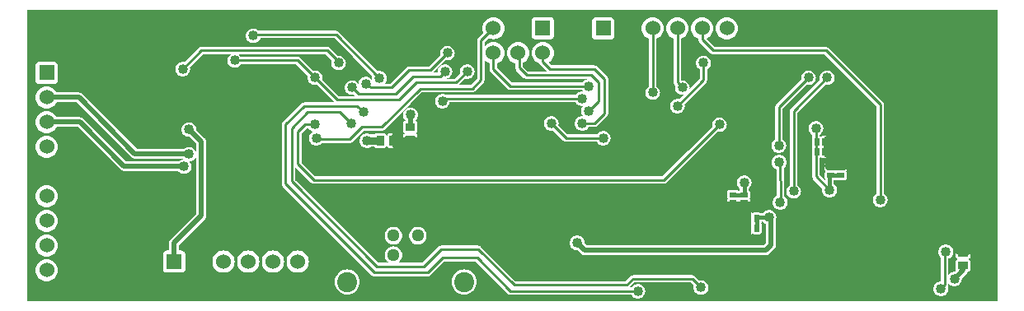
<source format=gbr>
G04 start of page 2 for group 0 idx 0 *
G04 Title: (unknown), solder *
G04 Creator: pcb 1.99y *
G04 CreationDate: Tue 31 Mar 2009 05:55:46 AM GMT UTC *
G04 For: jean *
G04 Format: Gerber/RS-274X *
G04 PCB-Dimensions: 600000 500000 *
G04 PCB-Coordinate-Origin: lower left *
%MOIN*%
%FSLAX25Y25*%
%LNBACK*%
%ADD11C,0.0200*%
%ADD12C,0.0400*%
%ADD13C,0.0100*%
%ADD14C,0.0300*%
%ADD15C,0.0150*%
%ADD16C,0.0350*%
%ADD17C,0.0600*%
%ADD18C,0.0510*%
%ADD19C,0.0810*%
%ADD20R,0.0295X0.0295*%
%ADD21R,0.0197X0.0197*%
%ADD22C,0.0380*%
G54D11*G36*
X10000Y380000D02*X2000D01*
Y498000D01*
X10000D01*
Y477000D01*
X7000D01*
X6740Y476977D01*
X6487Y476910D01*
X6250Y476799D01*
X6036Y476649D01*
X5851Y476464D01*
X5701Y476250D01*
X5590Y476013D01*
X5523Y475760D01*
X5500Y475500D01*
Y469500D01*
X5523Y469240D01*
X5590Y468987D01*
X5701Y468750D01*
X5851Y468536D01*
X6036Y468351D01*
X6250Y468201D01*
X6487Y468090D01*
X6740Y468023D01*
X7000Y468000D01*
X10000D01*
Y467000D01*
X9219Y466932D01*
X8461Y466729D01*
X7750Y466397D01*
X7107Y465947D01*
X6553Y465393D01*
X6103Y464750D01*
X5771Y464039D01*
X5568Y463281D01*
X5500Y462500D01*
X5568Y461719D01*
X5771Y460961D01*
X6103Y460250D01*
X6553Y459607D01*
X7107Y459053D01*
X7750Y458603D01*
X8461Y458271D01*
X9219Y458068D01*
X10000Y458000D01*
Y457000D01*
X9219Y456932D01*
X8461Y456729D01*
X7750Y456397D01*
X7107Y455947D01*
X6553Y455393D01*
X6103Y454750D01*
X5771Y454039D01*
X5568Y453281D01*
X5500Y452500D01*
X5568Y451719D01*
X5771Y450961D01*
X6103Y450250D01*
X6553Y449607D01*
X7107Y449053D01*
X7750Y448603D01*
X8461Y448271D01*
X9219Y448068D01*
X10000Y448000D01*
Y447000D01*
X9219Y446932D01*
X8461Y446729D01*
X7750Y446397D01*
X7107Y445947D01*
X6553Y445393D01*
X6103Y444750D01*
X5771Y444039D01*
X5568Y443281D01*
X5500Y442500D01*
X5568Y441719D01*
X5771Y440961D01*
X6103Y440250D01*
X6553Y439607D01*
X7107Y439053D01*
X7750Y438603D01*
X8461Y438271D01*
X9219Y438068D01*
X10000Y438000D01*
Y427000D01*
X9219Y426932D01*
X8461Y426729D01*
X7750Y426397D01*
X7107Y425947D01*
X6553Y425393D01*
X6103Y424750D01*
X5771Y424039D01*
X5568Y423281D01*
X5500Y422500D01*
X5568Y421719D01*
X5771Y420961D01*
X6103Y420250D01*
X6553Y419607D01*
X7107Y419053D01*
X7750Y418603D01*
X8461Y418271D01*
X9219Y418068D01*
X10000Y418000D01*
Y417000D01*
X9219Y416932D01*
X8461Y416729D01*
X7750Y416397D01*
X7107Y415947D01*
X6553Y415393D01*
X6103Y414750D01*
X5771Y414039D01*
X5568Y413281D01*
X5500Y412500D01*
X5568Y411719D01*
X5771Y410961D01*
X6103Y410250D01*
X6553Y409607D01*
X7107Y409053D01*
X7750Y408603D01*
X8461Y408271D01*
X9219Y408068D01*
X10000Y408000D01*
Y407000D01*
X9219Y406932D01*
X8461Y406729D01*
X7750Y406397D01*
X7107Y405947D01*
X6553Y405393D01*
X6103Y404750D01*
X5771Y404039D01*
X5568Y403281D01*
X5500Y402500D01*
X5568Y401719D01*
X5771Y400961D01*
X6103Y400250D01*
X6553Y399607D01*
X7107Y399053D01*
X7750Y398603D01*
X8461Y398271D01*
X9219Y398068D01*
X10000Y398000D01*
Y397000D01*
X9219Y396932D01*
X8461Y396729D01*
X7750Y396397D01*
X7107Y395947D01*
X6553Y395393D01*
X6103Y394750D01*
X5771Y394039D01*
X5568Y393281D01*
X5500Y392500D01*
X5568Y391719D01*
X5771Y390961D01*
X6103Y390250D01*
X6553Y389607D01*
X7107Y389053D01*
X7750Y388603D01*
X8461Y388271D01*
X9219Y388068D01*
X10000Y388000D01*
Y380000D01*
G37*
G36*
X40000D02*X10000D01*
Y388000D01*
X10781Y388068D01*
X11539Y388271D01*
X12250Y388603D01*
X12893Y389053D01*
X13447Y389607D01*
X13897Y390250D01*
X14229Y390961D01*
X14432Y391719D01*
X14500Y392500D01*
X14432Y393281D01*
X14229Y394039D01*
X13897Y394750D01*
X13447Y395393D01*
X12893Y395947D01*
X12250Y396397D01*
X11539Y396729D01*
X10781Y396932D01*
X10000Y397000D01*
Y398000D01*
X10781Y398068D01*
X11539Y398271D01*
X12250Y398603D01*
X12893Y399053D01*
X13447Y399607D01*
X13897Y400250D01*
X14229Y400961D01*
X14432Y401719D01*
X14500Y402500D01*
X14432Y403281D01*
X14229Y404039D01*
X13897Y404750D01*
X13447Y405393D01*
X12893Y405947D01*
X12250Y406397D01*
X11539Y406729D01*
X10781Y406932D01*
X10000Y407000D01*
Y408000D01*
X10781Y408068D01*
X11539Y408271D01*
X12250Y408603D01*
X12893Y409053D01*
X13447Y409607D01*
X13897Y410250D01*
X14229Y410961D01*
X14432Y411719D01*
X14500Y412500D01*
X14432Y413281D01*
X14229Y414039D01*
X13897Y414750D01*
X13447Y415393D01*
X12893Y415947D01*
X12250Y416397D01*
X11539Y416729D01*
X10781Y416932D01*
X10000Y417000D01*
Y418000D01*
X10781Y418068D01*
X11539Y418271D01*
X12250Y418603D01*
X12893Y419053D01*
X13447Y419607D01*
X13897Y420250D01*
X14229Y420961D01*
X14432Y421719D01*
X14500Y422500D01*
X14432Y423281D01*
X14229Y424039D01*
X13897Y424750D01*
X13447Y425393D01*
X12893Y425947D01*
X12250Y426397D01*
X11539Y426729D01*
X10781Y426932D01*
X10000Y427000D01*
Y438000D01*
X10781Y438068D01*
X11539Y438271D01*
X12250Y438603D01*
X12893Y439053D01*
X13447Y439607D01*
X13897Y440250D01*
X14229Y440961D01*
X14432Y441719D01*
X14500Y442500D01*
X14432Y443281D01*
X14229Y444039D01*
X13897Y444750D01*
X13447Y445393D01*
X12893Y445947D01*
X12250Y446397D01*
X11539Y446729D01*
X10781Y446932D01*
X10000Y447000D01*
Y448000D01*
X10781Y448068D01*
X11539Y448271D01*
X12250Y448603D01*
X12893Y449053D01*
X13447Y449607D01*
X13897Y450250D01*
X14014Y450500D01*
X22671D01*
X39786Y433385D01*
X39854Y433328D01*
X39914Y433268D01*
X39983Y433220D01*
X40000Y433206D01*
Y380000D01*
G37*
G36*
X10000Y498000D02*X40000D01*
Y448260D01*
X24417Y463912D01*
X24418Y463911D01*
X24347Y463971D01*
X24286Y464032D01*
X24218Y464080D01*
X24151Y464136D01*
X24071Y464182D01*
X24000Y464232D01*
X23929Y464265D01*
X23850Y464311D01*
X23755Y464346D01*
X23684Y464379D01*
X23611Y464399D01*
X23523Y464431D01*
X23432Y464447D01*
X23347Y464470D01*
X23262Y464477D01*
X23179Y464492D01*
X23090D01*
X23000Y464500D01*
X14014D01*
X13897Y464750D01*
X13447Y465393D01*
X12893Y465947D01*
X12250Y466397D01*
X11539Y466729D01*
X10781Y466932D01*
X10000Y467000D01*
Y468000D01*
X13000D01*
X13260Y468023D01*
X13513Y468090D01*
X13750Y468201D01*
X13964Y468351D01*
X14149Y468536D01*
X14299Y468750D01*
X14410Y468987D01*
X14477Y469240D01*
X14500Y469500D01*
Y475500D01*
X14477Y475760D01*
X14410Y476013D01*
X14299Y476250D01*
X14149Y476464D01*
X13964Y476649D01*
X13750Y476799D01*
X13513Y476910D01*
X13260Y476977D01*
X13000Y477000D01*
X10000D01*
Y498000D01*
G37*
G36*
Y458000D02*X10781Y458068D01*
X11539Y458271D01*
X12250Y458603D01*
X12893Y459053D01*
X13447Y459607D01*
X13897Y460250D01*
X14014Y460500D01*
X22168D01*
X40000Y442589D01*
Y438829D01*
X24915Y453914D01*
X24847Y453971D01*
X24786Y454032D01*
X24715Y454082D01*
X24648Y454138D01*
X24569Y454184D01*
X24500Y454232D01*
X24429Y454265D01*
X24346Y454313D01*
X24255Y454346D01*
X24184Y454379D01*
X24106Y454400D01*
X24018Y454432D01*
X23929Y454448D01*
X23847Y454470D01*
X23765Y454477D01*
X23675Y454493D01*
X23581D01*
X23500Y454500D01*
X14014D01*
X13897Y454750D01*
X13447Y455393D01*
X12893Y455947D01*
X12250Y456397D01*
X11539Y456729D01*
X10781Y456932D01*
X10000Y457000D01*
Y458000D01*
G37*
G36*
X81500Y380000D02*X40000D01*
Y433206D01*
X40053Y433161D01*
X40133Y433115D01*
X40200Y433068D01*
X40276Y433032D01*
X40355Y432987D01*
X40442Y432955D01*
X40516Y432921D01*
X40595Y432900D01*
X40683Y432868D01*
X40769Y432853D01*
X40853Y432830D01*
X40939Y432823D01*
X41026Y432807D01*
X41119D01*
X41200Y432800D01*
X63042D01*
X63202Y432572D01*
X63572Y432202D01*
X64000Y431902D01*
X64474Y431681D01*
X64979Y431546D01*
X65500Y431500D01*
X66021Y431546D01*
X66526Y431681D01*
X67000Y431902D01*
X67428Y432202D01*
X67798Y432572D01*
X68098Y433000D01*
X68319Y433474D01*
X68454Y433979D01*
X68500Y434500D01*
X68454Y435021D01*
X68319Y435526D01*
X68098Y436000D01*
X67798Y436428D01*
X67708Y436518D01*
X68021Y436546D01*
X68526Y436681D01*
X69000Y436902D01*
X69428Y437202D01*
X69798Y437572D01*
X70098Y438000D01*
X70319Y438474D01*
X70454Y438979D01*
X70500Y439500D01*
Y415330D01*
X60085Y404915D01*
X60086Y404914D01*
X60034Y404852D01*
X59968Y404786D01*
X59915Y404710D01*
X59862Y404647D01*
X59821Y404575D01*
X59768Y404500D01*
X59729Y404416D01*
X59688Y404345D01*
X59659Y404265D01*
X59621Y404184D01*
X59599Y404102D01*
X59568Y404018D01*
X59553Y403932D01*
X59530Y403847D01*
X59522Y403754D01*
X59508Y403674D01*
Y403592D01*
X59500Y403500D01*
Y400500D01*
X58500D01*
X58240Y400477D01*
X57987Y400410D01*
X57750Y400299D01*
X57536Y400149D01*
X57351Y399964D01*
X57201Y399750D01*
X57090Y399513D01*
X57023Y399260D01*
X57000Y399000D01*
Y393000D01*
X57023Y392740D01*
X57090Y392487D01*
X57201Y392250D01*
X57351Y392036D01*
X57536Y391851D01*
X57750Y391701D01*
X57987Y391590D01*
X58240Y391523D01*
X58500Y391500D01*
X64500D01*
X64760Y391523D01*
X65013Y391590D01*
X65250Y391701D01*
X65464Y391851D01*
X65649Y392036D01*
X65799Y392250D01*
X65910Y392487D01*
X65977Y392740D01*
X66000Y393000D01*
Y399000D01*
X65977Y399260D01*
X65910Y399513D01*
X65799Y399750D01*
X65649Y399964D01*
X65464Y400149D01*
X65250Y400299D01*
X65013Y400410D01*
X64760Y400477D01*
X64500Y400500D01*
X63500D01*
Y402672D01*
X73914Y413086D01*
X73915Y413085D01*
X73978Y413160D01*
X74032Y413214D01*
X74076Y413277D01*
X74139Y413352D01*
X74190Y413440D01*
X74232Y413500D01*
X74262Y413564D01*
X74314Y413654D01*
X74351Y413755D01*
X74379Y413816D01*
X74397Y413882D01*
X74433Y413982D01*
X74450Y414078D01*
X74470Y414153D01*
X74477Y414233D01*
X74493Y414326D01*
Y414419D01*
X74500Y414500D01*
Y444500D01*
X74493Y444581D01*
Y444675D01*
X74477Y444765D01*
X74470Y444847D01*
X74448Y444929D01*
X74432Y445018D01*
X74400Y445106D01*
X74379Y445184D01*
X74346Y445255D01*
X74313Y445346D01*
X74265Y445429D01*
X74232Y445500D01*
X74184Y445569D01*
X74138Y445648D01*
X74082Y445715D01*
X74032Y445786D01*
X73971Y445847D01*
X73914Y445915D01*
X70486Y449343D01*
X70500Y449500D01*
X70454Y450021D01*
X70319Y450526D01*
X70098Y451000D01*
X69798Y451428D01*
X69428Y451798D01*
X69000Y452098D01*
X68526Y452319D01*
X68021Y452454D01*
X67500Y452500D01*
X66979Y452454D01*
X66474Y452319D01*
X66000Y452098D01*
X65572Y451798D01*
X65202Y451428D01*
X64902Y451000D01*
X64681Y450526D01*
X64546Y450021D01*
X64500Y449500D01*
X64546Y448979D01*
X64681Y448474D01*
X64902Y448000D01*
X65202Y447572D01*
X65572Y447202D01*
X66000Y446902D01*
X66474Y446681D01*
X66979Y446546D01*
X67500Y446500D01*
X67657Y446514D01*
X70500Y443671D01*
Y439500D01*
X70454Y440021D01*
X70319Y440526D01*
X70098Y441000D01*
X69798Y441428D01*
X69428Y441798D01*
X69000Y442098D01*
X68526Y442319D01*
X68021Y442454D01*
X67500Y442500D01*
X66979Y442454D01*
X66474Y442319D01*
X66000Y442098D01*
X65575Y441800D01*
X46432D01*
X40000Y448260D01*
Y498000D01*
X81500D01*
Y483000D01*
X72500D01*
X72443Y482995D01*
X72369D01*
X72298Y482982D01*
X72240Y482977D01*
X72181Y482961D01*
X72112Y482949D01*
X72049Y482926D01*
X71987Y482910D01*
X71929Y482883D01*
X71866Y482860D01*
X71806Y482825D01*
X71750Y482799D01*
X71702Y482765D01*
X71639Y482729D01*
X71582Y482681D01*
X71536Y482649D01*
X71495Y482608D01*
X71439Y482561D01*
X65766Y476888D01*
X65521Y476954D01*
X65000Y477000D01*
X64479Y476954D01*
X63974Y476819D01*
X63500Y476598D01*
X63072Y476298D01*
X62702Y475928D01*
X62402Y475500D01*
X62181Y475026D01*
X62046Y474521D01*
X62000Y474000D01*
X62046Y473479D01*
X62181Y472974D01*
X62402Y472500D01*
X62702Y472072D01*
X63072Y471702D01*
X63500Y471402D01*
X63974Y471181D01*
X64479Y471046D01*
X65000Y471000D01*
X65521Y471046D01*
X66026Y471181D01*
X66500Y471402D01*
X66928Y471702D01*
X67298Y472072D01*
X67598Y472500D01*
X67819Y472974D01*
X67954Y473479D01*
X68000Y474000D01*
X67954Y474521D01*
X67888Y474768D01*
X73120Y480000D01*
X81500D01*
Y400500D01*
X80719Y400432D01*
X79961Y400229D01*
X79250Y399897D01*
X78607Y399447D01*
X78053Y398893D01*
X77603Y398250D01*
X77271Y397539D01*
X77068Y396781D01*
X77000Y396000D01*
X77068Y395219D01*
X77271Y394461D01*
X77603Y393750D01*
X78053Y393107D01*
X78607Y392553D01*
X79250Y392103D01*
X79961Y391771D01*
X80719Y391568D01*
X81500Y391500D01*
Y380000D01*
G37*
G36*
X91500D02*X81500D01*
Y391500D01*
X82281Y391568D01*
X83039Y391771D01*
X83750Y392103D01*
X84393Y392553D01*
X84947Y393107D01*
X85397Y393750D01*
X85729Y394461D01*
X85932Y395219D01*
X86000Y396000D01*
X85932Y396781D01*
X85729Y397539D01*
X85397Y398250D01*
X84947Y398893D01*
X84393Y399447D01*
X83750Y399897D01*
X83039Y400229D01*
X82281Y400432D01*
X81500Y400500D01*
Y480000D01*
X84360D01*
X84072Y479798D01*
X83702Y479428D01*
X83402Y479000D01*
X83181Y478526D01*
X83046Y478021D01*
X83000Y477500D01*
X83046Y476979D01*
X83181Y476474D01*
X83402Y476000D01*
X83702Y475572D01*
X84072Y475202D01*
X84500Y474902D01*
X84974Y474681D01*
X85479Y474546D01*
X86000Y474500D01*
X86521Y474546D01*
X87026Y474681D01*
X87500Y474902D01*
X87928Y475202D01*
X88298Y475572D01*
X88598Y476000D01*
X91500D01*
Y400500D01*
X90719Y400432D01*
X89961Y400229D01*
X89250Y399897D01*
X88607Y399447D01*
X88053Y398893D01*
X87603Y398250D01*
X87271Y397539D01*
X87068Y396781D01*
X87000Y396000D01*
X87068Y395219D01*
X87271Y394461D01*
X87603Y393750D01*
X88053Y393107D01*
X88607Y392553D01*
X89250Y392103D01*
X89961Y391771D01*
X90719Y391568D01*
X91500Y391500D01*
Y380000D01*
G37*
G36*
X81500Y498000D02*X91500D01*
Y489726D01*
X91202Y489428D01*
X90902Y489000D01*
X90681Y488526D01*
X90546Y488021D01*
X90500Y487500D01*
X90546Y486979D01*
X90681Y486474D01*
X90902Y486000D01*
X91202Y485572D01*
X91500Y485274D01*
Y483000D01*
X81500D01*
Y498000D01*
G37*
G36*
X101500Y380000D02*X91500D01*
Y391500D01*
X92281Y391568D01*
X93039Y391771D01*
X93750Y392103D01*
X94393Y392553D01*
X94947Y393107D01*
X95397Y393750D01*
X95729Y394461D01*
X95932Y395219D01*
X96000Y396000D01*
X95932Y396781D01*
X95729Y397539D01*
X95397Y398250D01*
X94947Y398893D01*
X94393Y399447D01*
X93750Y399897D01*
X93039Y400229D01*
X92281Y400432D01*
X91500Y400500D01*
Y476000D01*
X101500D01*
Y400500D01*
X100719Y400432D01*
X99961Y400229D01*
X99250Y399897D01*
X98607Y399447D01*
X98053Y398893D01*
X97603Y398250D01*
X97271Y397539D01*
X97068Y396781D01*
X97000Y396000D01*
X97068Y395219D01*
X97271Y394461D01*
X97603Y393750D01*
X98053Y393107D01*
X98607Y392553D01*
X99250Y392103D01*
X99961Y391771D01*
X100719Y391568D01*
X101500Y391500D01*
Y380000D01*
G37*
G36*
X111500D02*X101500D01*
Y391500D01*
X102281Y391568D01*
X103039Y391771D01*
X103750Y392103D01*
X104393Y392553D01*
X104947Y393107D01*
X105397Y393750D01*
X105729Y394461D01*
X105932Y395219D01*
X106000Y396000D01*
X105932Y396781D01*
X105729Y397539D01*
X105397Y398250D01*
X104947Y398893D01*
X104393Y399447D01*
X103750Y399897D01*
X103039Y400229D01*
X102281Y400432D01*
X101500Y400500D01*
Y476000D01*
X110879D01*
X111500Y475379D01*
Y458622D01*
X105439Y452561D01*
X105440Y452560D01*
X105403Y452516D01*
X105351Y452464D01*
X105309Y452404D01*
X105272Y452360D01*
X105243Y452311D01*
X105201Y452250D01*
X105171Y452185D01*
X105141Y452134D01*
X105121Y452078D01*
X105090Y452013D01*
X105070Y451939D01*
X105052Y451888D01*
X105043Y451834D01*
X105023Y451760D01*
X105016Y451684D01*
X105007Y451631D01*
Y451581D01*
X105000Y451500D01*
Y427500D01*
X105006Y427432D01*
Y427370D01*
X105017Y427307D01*
X105023Y427240D01*
X105040Y427176D01*
X105051Y427113D01*
X105072Y427055D01*
X105090Y426987D01*
X105119Y426925D01*
X105140Y426867D01*
X105173Y426810D01*
X105201Y426750D01*
X105238Y426697D01*
X105271Y426640D01*
X105314Y426589D01*
X105351Y426536D01*
X105397Y426490D01*
X105439Y426440D01*
X111500Y420379D01*
Y400500D01*
X110719Y400432D01*
X109961Y400229D01*
X109250Y399897D01*
X108607Y399447D01*
X108053Y398893D01*
X107603Y398250D01*
X107271Y397539D01*
X107068Y396781D01*
X107000Y396000D01*
X107068Y395219D01*
X107271Y394461D01*
X107603Y393750D01*
X108053Y393107D01*
X108607Y392553D01*
X109250Y392103D01*
X109961Y391771D01*
X110719Y391568D01*
X111500Y391500D01*
Y380000D01*
G37*
G36*
X91500Y498000D02*X111500D01*
Y489500D01*
X95726D01*
X95428Y489798D01*
X95000Y490098D01*
X94526Y490319D01*
X94021Y490454D01*
X93500Y490500D01*
X92979Y490454D01*
X92474Y490319D01*
X92000Y490098D01*
X91572Y489798D01*
X91500Y489726D01*
Y498000D01*
G37*
G36*
Y485274D02*X91572Y485202D01*
X92000Y484902D01*
X92474Y484681D01*
X92979Y484546D01*
X93500Y484500D01*
X94021Y484546D01*
X94526Y484681D01*
X95000Y484902D01*
X95428Y485202D01*
X95798Y485572D01*
X96098Y486000D01*
X96319Y486474D01*
X96326Y486500D01*
X111500D01*
Y483000D01*
X91500D01*
Y485274D01*
G37*
G36*
X111500Y479000D02*X88598D01*
X88298Y479428D01*
X87928Y479798D01*
X87640Y480000D01*
X111500D01*
Y479000D01*
G37*
G36*
X131527Y380000D02*X111500D01*
Y391500D01*
X112281Y391568D01*
X113039Y391771D01*
X113750Y392103D01*
X114393Y392553D01*
X114947Y393107D01*
X115397Y393750D01*
X115729Y394461D01*
X115932Y395219D01*
X116000Y396000D01*
X115932Y396781D01*
X115729Y397539D01*
X115397Y398250D01*
X114947Y398893D01*
X114393Y399447D01*
X113750Y399897D01*
X113039Y400229D01*
X112281Y400432D01*
X111500Y400500D01*
Y420379D01*
X131527Y400352D01*
Y392849D01*
X130650Y392772D01*
X129800Y392544D01*
X129002Y392172D01*
X128281Y391668D01*
X127658Y391045D01*
X127154Y390324D01*
X126782Y389526D01*
X126554Y388676D01*
X126477Y387799D01*
X126554Y386922D01*
X126782Y386072D01*
X127154Y385274D01*
X127658Y384553D01*
X128281Y383930D01*
X129002Y383426D01*
X129800Y383054D01*
X130650Y382826D01*
X131527Y382749D01*
Y380000D01*
G37*
G36*
X157000D02*X131527D01*
Y382749D01*
X132404Y382826D01*
X133254Y383054D01*
X134052Y383426D01*
X134773Y383930D01*
X135396Y384553D01*
X135900Y385274D01*
X136272Y386072D01*
X136500Y386922D01*
X136577Y387799D01*
X136500Y388676D01*
X136272Y389526D01*
X135900Y390324D01*
X135396Y391045D01*
X134773Y391668D01*
X134052Y392172D01*
X133254Y392544D01*
X132404Y392772D01*
X131527Y392849D01*
Y400352D01*
X141440Y390439D01*
X141490Y390397D01*
X141536Y390351D01*
X141589Y390314D01*
X141640Y390271D01*
X141697Y390238D01*
X141750Y390201D01*
X141810Y390173D01*
X141867Y390140D01*
X141925Y390119D01*
X141987Y390090D01*
X142055Y390072D01*
X142113Y390051D01*
X142176Y390040D01*
X142240Y390023D01*
X142307Y390017D01*
X142370Y390006D01*
X142432D01*
X142500Y390000D01*
X157000D01*
Y380000D01*
G37*
G36*
X111500Y498000D02*X157000D01*
Y475000D01*
X156500D01*
X156443Y474995D01*
X156369D01*
X156298Y474982D01*
X156240Y474977D01*
X156181Y474961D01*
X156112Y474949D01*
X156049Y474926D01*
X155987Y474910D01*
X155929Y474883D01*
X155866Y474860D01*
X155806Y474825D01*
X155750Y474799D01*
X155702Y474765D01*
X155639Y474729D01*
X155582Y474681D01*
X155536Y474649D01*
X155495Y474608D01*
X155439Y474561D01*
X148878Y468000D01*
X146425D01*
X146428Y468002D01*
X146798Y468372D01*
X147098Y468800D01*
X147319Y469274D01*
X147454Y469779D01*
X147500Y470300D01*
X147454Y470821D01*
X147319Y471326D01*
X147098Y471800D01*
X146798Y472228D01*
X146428Y472598D01*
X146000Y472898D01*
X145526Y473119D01*
X145021Y473254D01*
X144500Y473300D01*
X143979Y473254D01*
X143749Y473193D01*
X128066Y489055D01*
X128067Y489054D01*
X128014Y489099D01*
X127964Y489149D01*
X127911Y489186D01*
X127868Y489223D01*
X127811Y489257D01*
X127750Y489299D01*
X127690Y489327D01*
X127642Y489355D01*
X127586Y489376D01*
X127513Y489410D01*
X127446Y489428D01*
X127397Y489446D01*
X127333Y489458D01*
X127260Y489477D01*
X127196Y489483D01*
X127140Y489493D01*
X127073Y489494D01*
X127000Y489500D01*
X111500D01*
Y498000D01*
G37*
G36*
Y486500D02*X126374D01*
X141616Y471084D01*
X141546Y470821D01*
X141500Y470300D01*
X141546Y469779D01*
X141651Y469386D01*
X141598Y469500D01*
X141298Y469928D01*
X140928Y470298D01*
X140500Y470598D01*
X140026Y470819D01*
X139521Y470954D01*
X139000Y471000D01*
X138479Y470954D01*
X137974Y470819D01*
X137500Y470598D01*
X137072Y470298D01*
X136702Y469928D01*
X136402Y469500D01*
X136181Y469026D01*
X136046Y468521D01*
X136011Y468124D01*
X135798Y468428D01*
X135428Y468798D01*
X135000Y469098D01*
X134526Y469319D01*
X134021Y469454D01*
X133500Y469500D01*
X132979Y469454D01*
X132474Y469319D01*
X132000Y469098D01*
X131572Y468798D01*
X131202Y468428D01*
X130902Y468000D01*
X130681Y467526D01*
X130546Y467021D01*
X130500Y466500D01*
X130546Y465979D01*
X130681Y465474D01*
X130902Y465000D01*
X131202Y464572D01*
X131572Y464202D01*
X132000Y463902D01*
X132474Y463681D01*
X132979Y463546D01*
X133500Y463500D01*
X134021Y463546D01*
X134267Y463612D01*
X134879Y463000D01*
X128121D01*
X121388Y469733D01*
X121454Y469979D01*
X121500Y470500D01*
X121454Y471021D01*
X121319Y471526D01*
X121098Y472000D01*
X120798Y472428D01*
X120428Y472798D01*
X120000Y473098D01*
X119526Y473319D01*
X119021Y473454D01*
X118500Y473500D01*
X117979Y473454D01*
X117733Y473388D01*
X112561Y478560D01*
X112510Y478603D01*
X112464Y478649D01*
X112409Y478688D01*
X112361Y478728D01*
X112305Y478761D01*
X112250Y478799D01*
X112187Y478829D01*
X112134Y478859D01*
X112081Y478878D01*
X112013Y478910D01*
X111940Y478929D01*
X111889Y478948D01*
X111829Y478959D01*
X111760Y478977D01*
X111693Y478983D01*
X111631Y478994D01*
X111568D01*
X111500Y479000D01*
Y480000D01*
X122879D01*
X125236Y477643D01*
X125181Y477526D01*
X125046Y477021D01*
X125000Y476500D01*
X125046Y475979D01*
X125181Y475474D01*
X125402Y475000D01*
X125702Y474572D01*
X126072Y474202D01*
X126500Y473902D01*
X126974Y473681D01*
X127479Y473546D01*
X128000Y473500D01*
X128521Y473546D01*
X129026Y473681D01*
X129500Y473902D01*
X129928Y474202D01*
X130298Y474572D01*
X130598Y475000D01*
X130819Y475474D01*
X130954Y475979D01*
X131000Y476500D01*
X130954Y477021D01*
X130819Y477526D01*
X130598Y478000D01*
X130298Y478428D01*
X129928Y478798D01*
X129500Y479098D01*
X129026Y479319D01*
X128521Y479454D01*
X128000Y479500D01*
X127652Y479469D01*
X124561Y482560D01*
X124511Y482602D01*
X124464Y482649D01*
X124409Y482687D01*
X124361Y482728D01*
X124306Y482760D01*
X124250Y482799D01*
X124186Y482829D01*
X124134Y482859D01*
X124080Y482879D01*
X124013Y482910D01*
X123941Y482929D01*
X123889Y482948D01*
X123829Y482959D01*
X123760Y482977D01*
X123694Y482983D01*
X123631Y482994D01*
X123568D01*
X123500Y483000D01*
X111500D01*
Y486500D01*
G37*
G36*
Y475379D02*X115612Y471267D01*
X115546Y471021D01*
X115500Y470500D01*
X115546Y469979D01*
X115681Y469474D01*
X115902Y469000D01*
X116202Y468572D01*
X116572Y468202D01*
X117000Y467902D01*
X117474Y467681D01*
X117979Y467546D01*
X118500Y467500D01*
X119021Y467546D01*
X119267Y467612D01*
X126379Y460500D01*
X114000D01*
X113943Y460495D01*
X113869D01*
X113796Y460482D01*
X113740Y460477D01*
X113681Y460461D01*
X113612Y460449D01*
X113551Y460427D01*
X113487Y460410D01*
X113428Y460382D01*
X113366Y460360D01*
X113305Y460325D01*
X113250Y460299D01*
X113203Y460266D01*
X113139Y460229D01*
X113083Y460182D01*
X113036Y460149D01*
X112995Y460108D01*
X112939Y460061D01*
X111500Y458622D01*
Y475379D01*
G37*
G36*
X44182Y438389D02*X44183Y438388D01*
X44253Y438329D01*
X44314Y438268D01*
X44381Y438221D01*
X44450Y438163D01*
X44533Y438115D01*
X44600Y438068D01*
X44674Y438033D01*
X44751Y437989D01*
X44840Y437956D01*
X44916Y437921D01*
X44996Y437899D01*
X45079Y437869D01*
X45166Y437853D01*
X45253Y437830D01*
X45341Y437822D01*
X45422Y437808D01*
X45509D01*
X45600Y437800D01*
X65042D01*
X65202Y437572D01*
X65292Y437482D01*
X64979Y437454D01*
X64474Y437319D01*
X64000Y437098D01*
X63575Y436800D01*
X42029D01*
X40000Y438829D01*
Y442589D01*
X44182Y438389D01*
G37*
G36*
X141967Y430500D02*X118621D01*
X113000Y436121D01*
Y447880D01*
X115120Y450000D01*
X115902D01*
X116202Y449572D01*
X116572Y449202D01*
X117000Y448902D01*
X117474Y448681D01*
X117604Y448646D01*
X117500Y448598D01*
X117072Y448298D01*
X116702Y447928D01*
X116402Y447500D01*
X116181Y447026D01*
X116046Y446521D01*
X116000Y446000D01*
X116046Y445479D01*
X116181Y444974D01*
X116402Y444500D01*
X116702Y444072D01*
X117072Y443702D01*
X117500Y443402D01*
X117974Y443181D01*
X118479Y443046D01*
X119000Y443000D01*
X119521Y443046D01*
X120026Y443181D01*
X120500Y443402D01*
X120928Y443702D01*
X121226Y444000D01*
X132500D01*
X132580Y444007D01*
X132631D01*
X132683Y444016D01*
X132760Y444023D01*
X132835Y444043D01*
X132888Y444052D01*
X132939Y444070D01*
X133013Y444090D01*
X133079Y444121D01*
X133134Y444141D01*
X133185Y444171D01*
X133250Y444201D01*
X133311Y444243D01*
X133360Y444272D01*
X133404Y444309D01*
X133464Y444351D01*
X133516Y444403D01*
X133560Y444440D01*
X138120Y449000D01*
X141967D01*
Y447500D01*
X141140D01*
X141000Y447598D01*
X140526Y447819D01*
X140021Y447954D01*
X139500Y448000D01*
X138979Y447954D01*
X138474Y447819D01*
X138000Y447598D01*
X137572Y447298D01*
X137202Y446928D01*
X136902Y446500D01*
X136681Y446026D01*
X136546Y445521D01*
X136500Y445000D01*
X136546Y444479D01*
X136681Y443974D01*
X136902Y443500D01*
X137202Y443072D01*
X137572Y442702D01*
X138000Y442402D01*
X138474Y442181D01*
X138979Y442046D01*
X139500Y442000D01*
X140021Y442046D01*
X140526Y442181D01*
X141000Y442402D01*
X141140Y442500D01*
X141967D01*
Y430500D01*
G37*
G36*
X150059D02*X141967D01*
Y442500D01*
X142621D01*
X142699Y442389D01*
X142822Y442266D01*
X142965Y442166D01*
X143123Y442092D01*
X143291Y442047D01*
X143465Y442032D01*
X146417D01*
X146591Y442047D01*
X146759Y442092D01*
X146917Y442166D01*
X147060Y442266D01*
X147183Y442389D01*
X147283Y442532D01*
X147357Y442690D01*
X147402Y442858D01*
X147417Y443032D01*
Y444817D01*
X147433Y445000D01*
X147417Y445183D01*
Y446968D01*
X147402Y447142D01*
X147357Y447310D01*
X147283Y447468D01*
X147183Y447611D01*
X147060Y447734D01*
X146917Y447834D01*
X146759Y447908D01*
X146591Y447953D01*
X146417Y447968D01*
X143465D01*
X143291Y447953D01*
X143123Y447908D01*
X142965Y447834D01*
X142822Y447734D01*
X142699Y447611D01*
X142621Y447500D01*
X141967D01*
Y449000D01*
X145500D01*
X145580Y449007D01*
X145631D01*
X145684Y449016D01*
X145760Y449023D01*
X145826Y449041D01*
X145888Y449052D01*
X145939Y449070D01*
X146013Y449090D01*
X146076Y449120D01*
X146134Y449141D01*
X146190Y449173D01*
X146250Y449201D01*
X146311Y449243D01*
X146360Y449272D01*
X146404Y449309D01*
X146464Y449351D01*
X146516Y449403D01*
X146560Y449440D01*
X150059Y452939D01*
Y447968D01*
X148583D01*
X148409Y447953D01*
X148241Y447908D01*
X148083Y447834D01*
X147940Y447734D01*
X147817Y447611D01*
X147717Y447468D01*
X147643Y447310D01*
X147598Y447142D01*
X147583Y446968D01*
Y443032D01*
X147598Y442858D01*
X147643Y442690D01*
X147717Y442532D01*
X147817Y442389D01*
X147940Y442266D01*
X148083Y442166D01*
X148241Y442092D01*
X148409Y442047D01*
X148583Y442032D01*
X150059D01*
Y430500D01*
G37*
G36*
X154032Y446917D02*Y443965D01*
X154047Y443791D01*
X154092Y443623D01*
X154166Y443465D01*
X154266Y443322D01*
X154389Y443199D01*
X154532Y443099D01*
X154690Y443025D01*
X154858Y442980D01*
X155032Y442965D01*
X157000D01*
Y430500D01*
X150059D01*
Y442032D01*
X151535D01*
X151709Y442047D01*
X151877Y442092D01*
X152035Y442166D01*
X152178Y442266D01*
X152301Y442389D01*
X152401Y442532D01*
X152475Y442690D01*
X152520Y442858D01*
X152535Y443032D01*
Y446968D01*
X152520Y447142D01*
X152475Y447310D01*
X152401Y447468D01*
X152301Y447611D01*
X152178Y447734D01*
X152035Y447834D01*
X151877Y447908D01*
X151709Y447953D01*
X151535Y447968D01*
X150059D01*
Y452939D01*
X157000Y459880D01*
Y458491D01*
X156579Y458454D01*
X156074Y458319D01*
X155600Y458098D01*
X155474Y458010D01*
X155172Y457798D01*
X154802Y457428D01*
X154740Y457340D01*
X154502Y457000D01*
X154281Y456526D01*
X154146Y456021D01*
X154100Y455500D01*
X154146Y454979D01*
X154281Y454474D01*
X154502Y454000D01*
X154740Y453660D01*
X154802Y453572D01*
X155056Y453318D01*
X155050Y453035D01*
X155032D01*
X154858Y453020D01*
X154690Y452975D01*
X154532Y452901D01*
X154490Y452872D01*
X154389Y452801D01*
X154266Y452678D01*
X154166Y452535D01*
X154092Y452377D01*
X154047Y452209D01*
X154032Y452035D01*
Y449083D01*
X154047Y448909D01*
X154092Y448741D01*
X154166Y448583D01*
X154266Y448440D01*
X154389Y448317D01*
X154490Y448246D01*
X154532Y448217D01*
X154690Y448143D01*
X154858Y448098D01*
X155032Y448083D01*
X157000D01*
Y447917D01*
X155032D01*
X154858Y447902D01*
X154690Y447857D01*
X154532Y447783D01*
X154389Y447683D01*
X154266Y447560D01*
X154166Y447417D01*
X154092Y447259D01*
X154047Y447091D01*
X154032Y446917D01*
G37*
G36*
X150227Y402176D02*X149611Y402122D01*
X149013Y401962D01*
X148452Y401700D01*
X147945Y401345D01*
X147508Y400908D01*
X147153Y400401D01*
X146891Y399840D01*
X146731Y399242D01*
X146677Y398626D01*
X146731Y398010D01*
X146891Y397412D01*
X147153Y396851D01*
X147508Y396344D01*
X147945Y395907D01*
X148452Y395552D01*
X148563Y395500D01*
X144121D01*
X110500Y429121D01*
Y434379D01*
X116940Y427939D01*
X116990Y427897D01*
X117036Y427851D01*
X117089Y427814D01*
X117140Y427771D01*
X117197Y427738D01*
X117250Y427701D01*
X117310Y427673D01*
X117367Y427640D01*
X117425Y427619D01*
X117487Y427590D01*
X117555Y427572D01*
X117613Y427551D01*
X117676Y427540D01*
X117740Y427523D01*
X117807Y427517D01*
X117870Y427506D01*
X117932D01*
X118000Y427500D01*
X150227D01*
Y410050D01*
X149611Y409996D01*
X149013Y409836D01*
X148452Y409574D01*
X147945Y409219D01*
X147508Y408782D01*
X147153Y408275D01*
X146891Y407714D01*
X146731Y407116D01*
X146677Y406500D01*
X146731Y405884D01*
X146891Y405286D01*
X147153Y404725D01*
X147508Y404218D01*
X147945Y403781D01*
X148452Y403426D01*
X149013Y403164D01*
X149611Y403004D01*
X150227Y402950D01*
Y402176D01*
G37*
G36*
X157000Y408282D02*X156995Y408275D01*
X156733Y407714D01*
X156573Y407116D01*
X156519Y406500D01*
X156573Y405884D01*
X156733Y405286D01*
X156995Y404725D01*
X157000Y404718D01*
Y395500D01*
X151891D01*
X152002Y395552D01*
X152509Y395907D01*
X152946Y396344D01*
X153301Y396851D01*
X153563Y397412D01*
X153723Y398010D01*
X153777Y398626D01*
X153723Y399242D01*
X153563Y399840D01*
X153301Y400401D01*
X152946Y400908D01*
X152509Y401345D01*
X152002Y401700D01*
X151441Y401962D01*
X150843Y402122D01*
X150227Y402176D01*
Y402950D01*
X150843Y403004D01*
X151441Y403164D01*
X152002Y403426D01*
X152509Y403781D01*
X152946Y404218D01*
X153301Y404725D01*
X153563Y405286D01*
X153723Y405884D01*
X153777Y406500D01*
X153723Y407116D01*
X153563Y407714D01*
X153301Y408275D01*
X152946Y408782D01*
X152509Y409219D01*
X152002Y409574D01*
X151441Y409836D01*
X150843Y409996D01*
X150227Y410050D01*
Y427500D01*
X157000D01*
Y408282D01*
G37*
G36*
X178771Y380000D02*X157000D01*
Y390000D01*
X164000D01*
X164080Y390007D01*
X164131D01*
X164184Y390016D01*
X164260Y390023D01*
X164334Y390043D01*
X164388Y390052D01*
X164439Y390070D01*
X164513Y390090D01*
X164578Y390121D01*
X164634Y390141D01*
X164685Y390171D01*
X164750Y390201D01*
X164811Y390243D01*
X164860Y390272D01*
X164904Y390309D01*
X164964Y390351D01*
X165016Y390403D01*
X165060Y390440D01*
X170620Y396000D01*
X178771D01*
Y392849D01*
X177894Y392772D01*
X177044Y392544D01*
X176246Y392172D01*
X175525Y391668D01*
X174902Y391045D01*
X174398Y390324D01*
X174026Y389526D01*
X173798Y388676D01*
X173721Y387799D01*
X173798Y386922D01*
X174026Y386072D01*
X174398Y385274D01*
X174902Y384553D01*
X175525Y383930D01*
X176246Y383426D01*
X177044Y383054D01*
X177894Y382826D01*
X178771Y382749D01*
Y380000D01*
G37*
G36*
Y402500D02*X169500D01*
X169444Y402495D01*
X169369D01*
X169297Y402482D01*
X169240Y402477D01*
X169180Y402461D01*
X169112Y402449D01*
X169050Y402427D01*
X168987Y402410D01*
X168929Y402383D01*
X168866Y402360D01*
X168806Y402325D01*
X168750Y402299D01*
X168702Y402265D01*
X168639Y402229D01*
X168583Y402182D01*
X168536Y402149D01*
X168495Y402108D01*
X168439Y402061D01*
X161878Y395500D01*
X157000D01*
Y404718D01*
X157350Y404218D01*
X157787Y403781D01*
X158294Y403426D01*
X158855Y403164D01*
X159453Y403004D01*
X160069Y402950D01*
X160685Y403004D01*
X161283Y403164D01*
X161844Y403426D01*
X162351Y403781D01*
X162788Y404218D01*
X163143Y404725D01*
X163405Y405286D01*
X163565Y405884D01*
X163619Y406500D01*
X163565Y407116D01*
X163405Y407714D01*
X163143Y408275D01*
X162788Y408782D01*
X162351Y409219D01*
X161844Y409574D01*
X161283Y409836D01*
X160685Y409996D01*
X160069Y410050D01*
X159453Y409996D01*
X158855Y409836D01*
X158294Y409574D01*
X157787Y409219D01*
X157350Y408782D01*
X157000Y408282D01*
Y427500D01*
X178771D01*
Y402500D01*
G37*
G36*
X285000Y380000D02*X178771D01*
Y382749D01*
X179648Y382826D01*
X180498Y383054D01*
X181296Y383426D01*
X182017Y383930D01*
X182640Y384553D01*
X183144Y385274D01*
X183516Y386072D01*
X183744Y386922D01*
X183821Y387799D01*
X183744Y388676D01*
X183516Y389526D01*
X183144Y390324D01*
X182640Y391045D01*
X182017Y391668D01*
X181296Y392172D01*
X180498Y392544D01*
X179648Y392772D01*
X178771Y392849D01*
Y396000D01*
X183379D01*
X196440Y382939D01*
X196490Y382897D01*
X196536Y382851D01*
X196589Y382814D01*
X196640Y382771D01*
X196697Y382738D01*
X196750Y382701D01*
X196810Y382673D01*
X196867Y382640D01*
X196925Y382619D01*
X196987Y382590D01*
X197055Y382572D01*
X197113Y382551D01*
X197176Y382540D01*
X197240Y382523D01*
X197307Y382517D01*
X197370Y382506D01*
X197432D01*
X197500Y382500D01*
X246402D01*
X246702Y382072D01*
X247072Y381702D01*
X247500Y381402D01*
X247974Y381181D01*
X248479Y381046D01*
X249000Y381000D01*
X249521Y381046D01*
X250026Y381181D01*
X250500Y381402D01*
X250928Y381702D01*
X251298Y382072D01*
X251598Y382500D01*
X251819Y382974D01*
X251954Y383479D01*
X252000Y384000D01*
X251954Y384521D01*
X251819Y385026D01*
X251598Y385500D01*
X251298Y385928D01*
X250928Y386298D01*
X250500Y386598D01*
X250026Y386819D01*
X249521Y386954D01*
X249000Y387000D01*
X248479Y386954D01*
X247974Y386819D01*
X247500Y386598D01*
X247072Y386298D01*
X246702Y385928D01*
X246402Y385500D01*
X245620D01*
X247620Y387500D01*
X270379D01*
X271612Y386267D01*
X271546Y386021D01*
X271500Y385500D01*
X271546Y384979D01*
X271681Y384474D01*
X271902Y384000D01*
X272202Y383572D01*
X272572Y383202D01*
X273000Y382902D01*
X273474Y382681D01*
X273979Y382546D01*
X274500Y382500D01*
X275021Y382546D01*
X275526Y382681D01*
X276000Y382902D01*
X276428Y383202D01*
X276798Y383572D01*
X277098Y384000D01*
X277319Y384474D01*
X277454Y384979D01*
X277500Y385500D01*
X277454Y386021D01*
X277319Y386526D01*
X277098Y387000D01*
X276798Y387428D01*
X276428Y387798D01*
X276000Y388098D01*
X275526Y388319D01*
X275021Y388454D01*
X274500Y388500D01*
X273979Y388454D01*
X273733Y388388D01*
X272061Y390060D01*
X272011Y390102D01*
X271964Y390149D01*
X271909Y390187D01*
X271861Y390228D01*
X271806Y390260D01*
X271750Y390299D01*
X271686Y390329D01*
X271634Y390359D01*
X271580Y390379D01*
X271513Y390410D01*
X271441Y390429D01*
X271389Y390448D01*
X271329Y390459D01*
X271260Y390477D01*
X271194Y390483D01*
X271131Y390494D01*
X271068D01*
X271000Y390500D01*
X247000D01*
X246944Y390495D01*
X246869D01*
X246798Y390482D01*
X246740Y390477D01*
X246681Y390461D01*
X246612Y390449D01*
X246549Y390426D01*
X246487Y390410D01*
X246429Y390383D01*
X246366Y390360D01*
X246306Y390325D01*
X246250Y390299D01*
X246202Y390265D01*
X246139Y390229D01*
X246082Y390181D01*
X246036Y390149D01*
X245995Y390108D01*
X245939Y390061D01*
X243878Y388000D01*
X199621D01*
X185561Y402060D01*
X185510Y402103D01*
X185464Y402149D01*
X185409Y402188D01*
X185361Y402228D01*
X185305Y402261D01*
X185250Y402299D01*
X185187Y402329D01*
X185134Y402359D01*
X185081Y402378D01*
X185013Y402410D01*
X184940Y402429D01*
X184889Y402448D01*
X184829Y402459D01*
X184760Y402477D01*
X184693Y402483D01*
X184631Y402494D01*
X184568D01*
X184500Y402500D01*
X178771D01*
Y427500D01*
X259500D01*
X259579Y427507D01*
X259631D01*
X259685Y427516D01*
X259760Y427523D01*
X259833Y427542D01*
X259888Y427552D01*
X259937Y427570D01*
X260013Y427590D01*
X260081Y427622D01*
X260134Y427641D01*
X260186Y427671D01*
X260250Y427701D01*
X260310Y427743D01*
X260360Y427772D01*
X260404Y427809D01*
X260464Y427851D01*
X260516Y427903D01*
X260560Y427940D01*
X281232Y448612D01*
X281479Y448546D01*
X282000Y448500D01*
X282521Y448546D01*
X283026Y448681D01*
X283500Y448902D01*
X283928Y449202D01*
X284298Y449572D01*
X284598Y450000D01*
X284819Y450474D01*
X284954Y450979D01*
X285000Y451500D01*
Y402500D01*
X228429D01*
X227486Y403443D01*
X227500Y403600D01*
X227454Y404121D01*
X227319Y404626D01*
X227098Y405100D01*
X226798Y405528D01*
X226428Y405898D01*
X226000Y406198D01*
X225526Y406419D01*
X225021Y406554D01*
X224500Y406600D01*
X223979Y406554D01*
X223474Y406419D01*
X223000Y406198D01*
X222572Y405898D01*
X222202Y405528D01*
X221902Y405100D01*
X221681Y404626D01*
X221546Y404121D01*
X221500Y403600D01*
X221546Y403079D01*
X221681Y402574D01*
X221902Y402100D01*
X222202Y401672D01*
X222572Y401302D01*
X223000Y401002D01*
X223474Y400781D01*
X223979Y400646D01*
X224500Y400600D01*
X224657Y400614D01*
X226186Y399085D01*
X226254Y399028D01*
X226314Y398968D01*
X226383Y398920D01*
X226453Y398861D01*
X226533Y398815D01*
X226600Y398768D01*
X226675Y398733D01*
X226755Y398687D01*
X226841Y398656D01*
X226916Y398621D01*
X226998Y398599D01*
X227083Y398568D01*
X227168Y398553D01*
X227253Y398530D01*
X227338Y398523D01*
X227426Y398507D01*
X227520D01*
X227600Y398500D01*
X285000D01*
Y380000D01*
G37*
G36*
X235000Y430500D02*X157000D01*
Y442965D01*
X158968D01*
X159142Y442980D01*
X159310Y443025D01*
X159468Y443099D01*
X159611Y443199D01*
X159734Y443322D01*
X159834Y443465D01*
X159908Y443623D01*
X159953Y443791D01*
X159968Y443965D01*
Y446917D01*
X159953Y447091D01*
X159908Y447259D01*
X159834Y447417D01*
X159734Y447560D01*
X159611Y447683D01*
X159468Y447783D01*
X159310Y447857D01*
X159142Y447902D01*
X158968Y447917D01*
X157000D01*
Y448083D01*
X158968D01*
X159142Y448098D01*
X159310Y448143D01*
X159468Y448217D01*
X159610Y448316D01*
X159734Y448440D01*
X159834Y448583D01*
X159908Y448741D01*
X159953Y448909D01*
X159968Y449083D01*
Y452035D01*
X159953Y452209D01*
X159908Y452377D01*
X159834Y452535D01*
X159734Y452678D01*
X159610Y452802D01*
X159468Y452901D01*
X159360Y452952D01*
X159310Y452975D01*
X159142Y453020D01*
X159050Y453028D01*
X159054Y453228D01*
X159398Y453572D01*
X159698Y454000D01*
X159919Y454474D01*
X160054Y454979D01*
X160100Y455500D01*
X160054Y456021D01*
X159919Y456526D01*
X159698Y457000D01*
X159610Y457126D01*
X159398Y457428D01*
X159028Y457798D01*
X158726Y458010D01*
X158600Y458098D01*
X158126Y458319D01*
X157621Y458454D01*
X157100Y458500D01*
X157000Y458491D01*
Y459880D01*
X161620Y464500D01*
X182000D01*
X182080Y464507D01*
X182131D01*
X182184Y464516D01*
X182260Y464523D01*
X182334Y464543D01*
X182388Y464552D01*
X182439Y464570D01*
X182513Y464590D01*
X182578Y464621D01*
X182634Y464641D01*
X182685Y464671D01*
X182750Y464701D01*
X182811Y464743D01*
X182860Y464772D01*
X182904Y464809D01*
X182964Y464851D01*
X183016Y464903D01*
X183060Y464940D01*
X186560Y468440D01*
X186561Y468439D01*
X186608Y468495D01*
X186649Y468536D01*
X186681Y468582D01*
X186729Y468639D01*
X186765Y468702D01*
X186799Y468750D01*
X186825Y468806D01*
X186860Y468866D01*
X186883Y468929D01*
X186910Y468987D01*
X186926Y469049D01*
X186949Y469112D01*
X186961Y469181D01*
X186977Y469240D01*
X186982Y469298D01*
X186995Y469369D01*
Y469443D01*
X187000Y469500D01*
Y477926D01*
X187153Y477707D01*
X187707Y477153D01*
X188350Y476703D01*
X189000Y476399D01*
Y474000D01*
X189006Y473932D01*
Y473870D01*
X189017Y473806D01*
X189023Y473740D01*
X189040Y473675D01*
X189051Y473613D01*
X189072Y473554D01*
X189090Y473487D01*
X189119Y473424D01*
X189140Y473367D01*
X189172Y473311D01*
X189201Y473250D01*
X189238Y473198D01*
X189271Y473140D01*
X189314Y473089D01*
X189351Y473036D01*
X189397Y472990D01*
X189439Y472940D01*
X196440Y465939D01*
X196490Y465897D01*
X196536Y465851D01*
X196589Y465814D01*
X196640Y465771D01*
X196697Y465738D01*
X196750Y465701D01*
X196810Y465673D01*
X196867Y465640D01*
X196925Y465619D01*
X196987Y465590D01*
X197055Y465572D01*
X197113Y465551D01*
X197176Y465540D01*
X197240Y465523D01*
X197307Y465517D01*
X197370Y465506D01*
X197432D01*
X197500Y465500D01*
X226402D01*
X226702Y465072D01*
X226801Y464973D01*
X226500Y465000D01*
X225979Y464954D01*
X225474Y464819D01*
X225000Y464598D01*
X224572Y464298D01*
X224202Y463928D01*
X223902Y463500D01*
X171640D01*
X171500Y463598D01*
X171026Y463819D01*
X170521Y463954D01*
X170000Y464000D01*
X169479Y463954D01*
X168974Y463819D01*
X168500Y463598D01*
X168072Y463298D01*
X167702Y462928D01*
X167402Y462500D01*
X167181Y462026D01*
X167046Y461521D01*
X167000Y461000D01*
X167046Y460479D01*
X167181Y459974D01*
X167402Y459500D01*
X167702Y459072D01*
X168072Y458702D01*
X168500Y458402D01*
X168974Y458181D01*
X169479Y458046D01*
X170000Y458000D01*
X170521Y458046D01*
X171026Y458181D01*
X171500Y458402D01*
X171928Y458702D01*
X172298Y459072D01*
X172598Y459500D01*
X172819Y459974D01*
X172954Y460479D01*
X172956Y460500D01*
X223902D01*
X224202Y460072D01*
X224572Y459702D01*
X225000Y459402D01*
X225474Y459181D01*
X225979Y459046D01*
X226500Y459000D01*
X226801Y459027D01*
X226702Y458928D01*
X226402Y458500D01*
X226181Y458026D01*
X226046Y457521D01*
X226000Y457000D01*
X226046Y456479D01*
X226181Y455974D01*
X226402Y455500D01*
X226702Y455072D01*
X226801Y454973D01*
X226500Y455000D01*
X225979Y454954D01*
X225474Y454819D01*
X225000Y454598D01*
X224572Y454298D01*
X224202Y453928D01*
X223902Y453500D01*
X223681Y453026D01*
X223546Y452521D01*
X223500Y452000D01*
X223546Y451479D01*
X223681Y450974D01*
X223902Y450500D01*
X224202Y450072D01*
X224572Y449702D01*
X225000Y449402D01*
X225474Y449181D01*
X225979Y449046D01*
X226500Y449000D01*
X227021Y449046D01*
X227526Y449181D01*
X228000Y449402D01*
X228428Y449702D01*
X228798Y450072D01*
X229098Y450500D01*
X231500D01*
X231580Y450507D01*
X231631D01*
X231684Y450516D01*
X231760Y450523D01*
X231834Y450543D01*
X231888Y450552D01*
X231939Y450570D01*
X232013Y450590D01*
X232078Y450621D01*
X232134Y450641D01*
X232185Y450671D01*
X232250Y450701D01*
X232311Y450743D01*
X232360Y450772D01*
X232404Y450809D01*
X232464Y450851D01*
X232516Y450903D01*
X232560Y450940D01*
X235000Y453380D01*
Y449000D01*
X234479Y448954D01*
X233974Y448819D01*
X233500Y448598D01*
X233072Y448298D01*
X232702Y447928D01*
X232402Y447500D01*
X220621D01*
X216888Y451233D01*
X216954Y451479D01*
X217000Y452000D01*
X216954Y452521D01*
X216819Y453026D01*
X216598Y453500D01*
X216298Y453928D01*
X215928Y454298D01*
X215500Y454598D01*
X215026Y454819D01*
X214521Y454954D01*
X214000Y455000D01*
X213479Y454954D01*
X212974Y454819D01*
X212500Y454598D01*
X212072Y454298D01*
X211702Y453928D01*
X211402Y453500D01*
X211181Y453026D01*
X211046Y452521D01*
X211000Y452000D01*
X211046Y451479D01*
X211181Y450974D01*
X211402Y450500D01*
X211702Y450072D01*
X212072Y449702D01*
X212500Y449402D01*
X212974Y449181D01*
X213479Y449046D01*
X214000Y449000D01*
X214521Y449046D01*
X214767Y449112D01*
X218940Y444939D01*
X218990Y444897D01*
X219036Y444851D01*
X219089Y444814D01*
X219140Y444771D01*
X219197Y444738D01*
X219250Y444701D01*
X219310Y444673D01*
X219367Y444640D01*
X219425Y444619D01*
X219487Y444590D01*
X219555Y444572D01*
X219613Y444551D01*
X219676Y444540D01*
X219740Y444523D01*
X219807Y444517D01*
X219870Y444506D01*
X219932D01*
X220000Y444500D01*
X232402D01*
X232702Y444072D01*
X233072Y443702D01*
X233500Y443402D01*
X233974Y443181D01*
X234479Y443046D01*
X235000Y443000D01*
Y430500D01*
G37*
G36*
X210600Y485100D02*X209819Y485032D01*
X209061Y484829D01*
X208350Y484497D01*
X207707Y484047D01*
X207153Y483493D01*
X206703Y482850D01*
X206371Y482139D01*
X206168Y481381D01*
X206100Y480600D01*
X206168Y479819D01*
X206371Y479061D01*
X206703Y478350D01*
X207153Y477707D01*
X207707Y477153D01*
X208350Y476703D01*
X209061Y476371D01*
X209152Y476347D01*
X209171Y476314D01*
X209201Y476250D01*
X209239Y476196D01*
X209271Y476140D01*
X209314Y476089D01*
X209351Y476036D01*
X209397Y475990D01*
X209439Y475940D01*
X210600Y474779D01*
Y473000D01*
X204621D01*
X202500Y475121D01*
Y476540D01*
X202850Y476703D01*
X203493Y477153D01*
X204047Y477707D01*
X204497Y478350D01*
X204829Y479061D01*
X205032Y479819D01*
X205100Y480600D01*
X205032Y481381D01*
X204829Y482139D01*
X204497Y482850D01*
X204047Y483493D01*
X203493Y484047D01*
X202850Y484497D01*
X202139Y484829D01*
X201381Y485032D01*
X200600Y485100D01*
X199819Y485032D01*
X199061Y484829D01*
X198350Y484497D01*
X197707Y484047D01*
X197153Y483493D01*
X196703Y482850D01*
X196371Y482139D01*
X196168Y481381D01*
X196100Y480600D01*
X196168Y479819D01*
X196371Y479061D01*
X196703Y478350D01*
X197153Y477707D01*
X197707Y477153D01*
X198350Y476703D01*
X199061Y476371D01*
X199500Y476253D01*
Y474500D01*
X199506Y474432D01*
Y474370D01*
X199517Y474306D01*
X199523Y474240D01*
X199540Y474175D01*
X199551Y474113D01*
X199572Y474054D01*
X199590Y473987D01*
X199619Y473924D01*
X199640Y473867D01*
X199672Y473811D01*
X199701Y473750D01*
X199738Y473698D01*
X199771Y473640D01*
X199814Y473589D01*
X199851Y473536D01*
X199897Y473490D01*
X199939Y473440D01*
X202940Y470439D01*
X202990Y470397D01*
X203036Y470351D01*
X203089Y470314D01*
X203140Y470271D01*
X203197Y470238D01*
X203250Y470201D01*
X203310Y470173D01*
X203367Y470140D01*
X203425Y470119D01*
X203487Y470090D01*
X203555Y470072D01*
X203613Y470051D01*
X203676Y470040D01*
X203740Y470023D01*
X203807Y470017D01*
X203870Y470006D01*
X203932D01*
X204000Y470000D01*
X210600D01*
Y468500D01*
X198121D01*
X192000Y474621D01*
Y476334D01*
X192139Y476371D01*
X192850Y476703D01*
X193493Y477153D01*
X194047Y477707D01*
X194497Y478350D01*
X194829Y479061D01*
X195032Y479819D01*
X195100Y480600D01*
X195032Y481381D01*
X194829Y482139D01*
X194497Y482850D01*
X194047Y483493D01*
X193493Y484047D01*
X192850Y484497D01*
X192139Y484829D01*
X191381Y485032D01*
X190600Y485100D01*
X189819Y485032D01*
X189061Y484829D01*
X188350Y484497D01*
X187707Y484047D01*
X187153Y483493D01*
X187000Y483274D01*
Y484880D01*
X188672Y486552D01*
X189061Y486371D01*
X189819Y486168D01*
X190600Y486100D01*
X191381Y486168D01*
X192139Y486371D01*
X192850Y486703D01*
X193493Y487153D01*
X194047Y487707D01*
X194497Y488350D01*
X194829Y489061D01*
X195032Y489819D01*
X195100Y490600D01*
X195032Y491381D01*
X194829Y492139D01*
X194497Y492850D01*
X194047Y493493D01*
X193493Y494047D01*
X192850Y494497D01*
X192139Y494829D01*
X191381Y495032D01*
X190600Y495100D01*
X189819Y495032D01*
X189061Y494829D01*
X188350Y494497D01*
X187707Y494047D01*
X187153Y493493D01*
X186703Y492850D01*
X186371Y492139D01*
X186168Y491381D01*
X186100Y490600D01*
X186168Y489819D01*
X186371Y489061D01*
X186552Y488674D01*
X184439Y486561D01*
X184440Y486560D01*
X184403Y486516D01*
X184351Y486464D01*
X184309Y486404D01*
X184272Y486360D01*
X184243Y486311D01*
X184201Y486250D01*
X184171Y486185D01*
X184141Y486134D01*
X184121Y486080D01*
X184090Y486013D01*
X184070Y485937D01*
X184052Y485888D01*
X184042Y485833D01*
X184023Y485760D01*
X184016Y485684D01*
X184007Y485631D01*
Y485581D01*
X184000Y485500D01*
Y470122D01*
X181378Y467500D01*
X176620D01*
X179232Y470112D01*
X179479Y470046D01*
X180000Y470000D01*
X180521Y470046D01*
X181026Y470181D01*
X181500Y470402D01*
X181928Y470702D01*
X182298Y471072D01*
X182598Y471500D01*
X182819Y471974D01*
X182954Y472479D01*
X183000Y473000D01*
X182954Y473521D01*
X182819Y474026D01*
X182598Y474500D01*
X182298Y474928D01*
X181928Y475298D01*
X181500Y475598D01*
X181026Y475819D01*
X180521Y475954D01*
X180000Y476000D01*
X179479Y475954D01*
X178974Y475819D01*
X178500Y475598D01*
X178072Y475298D01*
X177702Y474928D01*
X177402Y474500D01*
X177181Y474026D01*
X177046Y473521D01*
X177000Y473000D01*
X177046Y472479D01*
X177112Y472234D01*
X174878Y470000D01*
X171000D01*
X171521Y470046D01*
X172026Y470181D01*
X172500Y470402D01*
X172928Y470702D01*
X173298Y471072D01*
X173598Y471500D01*
X173819Y471974D01*
X173954Y472479D01*
X174000Y473000D01*
X173954Y473521D01*
X173819Y474026D01*
X173598Y474500D01*
X173298Y474928D01*
X172928Y475298D01*
X172500Y475598D01*
X172026Y475819D01*
X171521Y475954D01*
X171000Y476000D01*
X170479Y475954D01*
X169974Y475819D01*
X169500Y475598D01*
X169072Y475298D01*
X168702Y474928D01*
X168402Y474500D01*
X168181Y474026D01*
X168046Y473521D01*
X168000Y473000D01*
X168044Y472500D01*
X166120D01*
X171232Y477612D01*
X171479Y477546D01*
X172000Y477500D01*
X172521Y477546D01*
X173026Y477681D01*
X173500Y477902D01*
X173928Y478202D01*
X174298Y478572D01*
X174598Y479000D01*
X174819Y479474D01*
X174954Y479979D01*
X175000Y480500D01*
X174954Y481021D01*
X174819Y481526D01*
X174598Y482000D01*
X174298Y482428D01*
X173928Y482798D01*
X173500Y483098D01*
X173026Y483319D01*
X172521Y483454D01*
X172000Y483500D01*
X171479Y483454D01*
X170974Y483319D01*
X170500Y483098D01*
X170072Y482798D01*
X169702Y482428D01*
X169402Y482000D01*
X169181Y481526D01*
X169046Y481021D01*
X169000Y480500D01*
X169046Y479979D01*
X169112Y479734D01*
X164378Y475000D01*
X157000D01*
Y498000D01*
X210600D01*
Y495100D01*
X207600D01*
X207340Y495077D01*
X207087Y495010D01*
X206850Y494899D01*
X206636Y494749D01*
X206451Y494564D01*
X206301Y494350D01*
X206190Y494113D01*
X206123Y493860D01*
X206100Y493600D01*
Y487600D01*
X206123Y487340D01*
X206190Y487087D01*
X206301Y486850D01*
X206451Y486636D01*
X206636Y486451D01*
X206850Y486301D01*
X207087Y486190D01*
X207340Y486123D01*
X207600Y486100D01*
X210600D01*
Y485100D01*
G37*
G36*
X235000Y472621D02*X232561Y475060D01*
X232511Y475102D01*
X232464Y475149D01*
X232409Y475187D01*
X232361Y475228D01*
X232306Y475260D01*
X232250Y475299D01*
X232186Y475329D01*
X232134Y475359D01*
X232080Y475379D01*
X232013Y475410D01*
X231941Y475429D01*
X231889Y475448D01*
X231829Y475459D01*
X231760Y475477D01*
X231694Y475483D01*
X231631Y475494D01*
X231568D01*
X231500Y475500D01*
X214121D01*
X212890Y476731D01*
X213493Y477153D01*
X214047Y477707D01*
X214497Y478350D01*
X214829Y479061D01*
X215032Y479819D01*
X215100Y480600D01*
X215032Y481381D01*
X214829Y482139D01*
X214497Y482850D01*
X214047Y483493D01*
X213493Y484047D01*
X212850Y484497D01*
X212139Y484829D01*
X211381Y485032D01*
X210600Y485100D01*
Y486100D01*
X213600D01*
X213860Y486123D01*
X214113Y486190D01*
X214350Y486301D01*
X214564Y486451D01*
X214749Y486636D01*
X214899Y486850D01*
X215010Y487087D01*
X215077Y487340D01*
X215100Y487600D01*
Y493600D01*
X215077Y493860D01*
X215010Y494113D01*
X214899Y494350D01*
X214749Y494564D01*
X214564Y494749D01*
X214350Y494899D01*
X214113Y495010D01*
X213860Y495077D01*
X213600Y495100D01*
X210600D01*
Y498000D01*
X235000D01*
Y495000D01*
X232000D01*
X231740Y494977D01*
X231487Y494910D01*
X231250Y494799D01*
X231036Y494649D01*
X230851Y494464D01*
X230701Y494250D01*
X230590Y494013D01*
X230523Y493760D01*
X230500Y493500D01*
Y487500D01*
X230523Y487240D01*
X230590Y486987D01*
X230701Y486750D01*
X230851Y486536D01*
X231036Y486351D01*
X231250Y486201D01*
X231487Y486090D01*
X231740Y486023D01*
X232000Y486000D01*
X235000D01*
Y472621D01*
G37*
G36*
X210600Y474779D02*X212379Y473000D01*
X210600D01*
Y474779D01*
G37*
G36*
Y470000D02*X229000D01*
X228479Y469954D01*
X227974Y469819D01*
X227500Y469598D01*
X227072Y469298D01*
X226702Y468928D01*
X226402Y468500D01*
X210600D01*
Y470000D01*
G37*
G36*
X255000Y430500D02*X235000D01*
Y443000D01*
X235521Y443046D01*
X236026Y443181D01*
X236500Y443402D01*
X236928Y443702D01*
X237298Y444072D01*
X237598Y444500D01*
X237819Y444974D01*
X237954Y445479D01*
X238000Y446000D01*
X237954Y446521D01*
X237819Y447026D01*
X237598Y447500D01*
X237298Y447928D01*
X236928Y448298D01*
X236500Y448598D01*
X236026Y448819D01*
X235521Y448954D01*
X235000Y449000D01*
Y453380D01*
X236560Y454940D01*
X236561Y454939D01*
X236608Y454995D01*
X236649Y455036D01*
X236682Y455083D01*
X236729Y455139D01*
X236766Y455203D01*
X236799Y455250D01*
X236825Y455305D01*
X236860Y455366D01*
X236882Y455428D01*
X236910Y455487D01*
X236927Y455551D01*
X236949Y455612D01*
X236961Y455681D01*
X236977Y455740D01*
X236982Y455796D01*
X236995Y455869D01*
Y455943D01*
X237000Y456000D01*
Y470000D01*
X236994Y470068D01*
Y470131D01*
X236983Y470193D01*
X236977Y470260D01*
X236959Y470329D01*
X236948Y470389D01*
X236929Y470441D01*
X236910Y470513D01*
X236878Y470580D01*
X236859Y470634D01*
X236829Y470686D01*
X236799Y470750D01*
X236759Y470806D01*
X236728Y470861D01*
X236687Y470910D01*
X236649Y470964D01*
X236602Y471011D01*
X236560Y471061D01*
X235000Y472621D01*
Y486000D01*
X238000D01*
X238260Y486023D01*
X238513Y486090D01*
X238750Y486201D01*
X238964Y486351D01*
X239149Y486536D01*
X239299Y486750D01*
X239410Y486987D01*
X239477Y487240D01*
X239500Y487500D01*
Y493500D01*
X239477Y493760D01*
X239410Y494013D01*
X239299Y494250D01*
X239149Y494464D01*
X238964Y494649D01*
X238750Y494799D01*
X238513Y494910D01*
X238260Y494977D01*
X238000Y495000D01*
X235000D01*
Y498000D01*
X255000D01*
Y495000D01*
X254219Y494932D01*
X253461Y494729D01*
X252750Y494397D01*
X252107Y493947D01*
X251553Y493393D01*
X251103Y492750D01*
X250771Y492039D01*
X250568Y491281D01*
X250500Y490500D01*
X250568Y489719D01*
X250771Y488961D01*
X251103Y488250D01*
X251553Y487607D01*
X252107Y487053D01*
X252750Y486603D01*
X253461Y486271D01*
X253500Y486261D01*
Y467098D01*
X253072Y466798D01*
X252702Y466428D01*
X252402Y466000D01*
X252181Y465526D01*
X252046Y465021D01*
X252000Y464500D01*
X252046Y463979D01*
X252181Y463474D01*
X252402Y463000D01*
X252702Y462572D01*
X253072Y462202D01*
X253500Y461902D01*
X253974Y461681D01*
X254479Y461546D01*
X255000Y461500D01*
Y430500D01*
G37*
G36*
X269500Y441122D02*X258878Y430500D01*
X255000D01*
Y461500D01*
X255521Y461546D01*
X256026Y461681D01*
X256500Y461902D01*
X256928Y462202D01*
X257298Y462572D01*
X257598Y463000D01*
X257819Y463474D01*
X257954Y463979D01*
X258000Y464500D01*
X257954Y465021D01*
X257819Y465526D01*
X257598Y466000D01*
X257298Y466428D01*
X256928Y466798D01*
X256500Y467098D01*
Y486261D01*
X256539Y486271D01*
X257250Y486603D01*
X257893Y487053D01*
X258447Y487607D01*
X258897Y488250D01*
X259229Y488961D01*
X259432Y489719D01*
X259500Y490500D01*
X259432Y491281D01*
X259229Y492039D01*
X258897Y492750D01*
X258447Y493393D01*
X257893Y493947D01*
X257250Y494397D01*
X256539Y494729D01*
X255781Y494932D01*
X255000Y495000D01*
Y498000D01*
X269500D01*
Y490500D01*
X269432Y491281D01*
X269229Y492039D01*
X268897Y492750D01*
X268447Y493393D01*
X267893Y493947D01*
X267250Y494397D01*
X266539Y494729D01*
X265781Y494932D01*
X265000Y495000D01*
X264219Y494932D01*
X263461Y494729D01*
X262750Y494397D01*
X262107Y493947D01*
X261553Y493393D01*
X261103Y492750D01*
X260771Y492039D01*
X260568Y491281D01*
X260500Y490500D01*
X260568Y489719D01*
X260771Y488961D01*
X261103Y488250D01*
X261553Y487607D01*
X262107Y487053D01*
X262750Y486603D01*
X263461Y486271D01*
X263500Y486261D01*
Y468500D01*
X263506Y468432D01*
Y468370D01*
X263517Y468307D01*
X263523Y468240D01*
X263540Y468176D01*
X263551Y468113D01*
X263572Y468055D01*
X263590Y467987D01*
X263619Y467925D01*
X263640Y467867D01*
X263673Y467810D01*
X263701Y467750D01*
X263738Y467697D01*
X263771Y467640D01*
X263814Y467589D01*
X263851Y467536D01*
X263897Y467490D01*
X263939Y467440D01*
X264112Y467267D01*
X264046Y467021D01*
X264000Y466500D01*
X264046Y465979D01*
X264181Y465474D01*
X264402Y465000D01*
X264702Y464572D01*
X265072Y464202D01*
X265500Y463902D01*
X265974Y463681D01*
X266479Y463546D01*
X267000Y463500D01*
X267415Y463537D01*
X265766Y461888D01*
X265521Y461954D01*
X265000Y462000D01*
X264479Y461954D01*
X263974Y461819D01*
X263500Y461598D01*
X263072Y461298D01*
X262702Y460928D01*
X262402Y460500D01*
X262181Y460026D01*
X262046Y459521D01*
X262000Y459000D01*
X262046Y458479D01*
X262181Y457974D01*
X262402Y457500D01*
X262702Y457072D01*
X263072Y456702D01*
X263500Y456402D01*
X263974Y456181D01*
X264479Y456046D01*
X265000Y456000D01*
X265521Y456046D01*
X266026Y456181D01*
X266500Y456402D01*
X266928Y456702D01*
X267298Y457072D01*
X267598Y457500D01*
X267819Y457974D01*
X267954Y458479D01*
X268000Y459000D01*
X267954Y459521D01*
X267888Y459768D01*
X269500Y461380D01*
Y441122D01*
G37*
G36*
Y468140D02*X269298Y468428D01*
X268928Y468798D01*
X268500Y469098D01*
X268026Y469319D01*
X267521Y469454D01*
X267000Y469500D01*
X266500Y469456D01*
Y486261D01*
X266539Y486271D01*
X267250Y486603D01*
X267893Y487053D01*
X268447Y487607D01*
X268897Y488250D01*
X269229Y488961D01*
X269432Y489719D01*
X269500Y490500D01*
Y468140D01*
G37*
G36*
X285000Y451500D02*X284954Y452021D01*
X284819Y452526D01*
X284598Y453000D01*
X284298Y453428D01*
X283928Y453798D01*
X283500Y454098D01*
X283026Y454319D01*
X282521Y454454D01*
X282000Y454500D01*
X281479Y454454D01*
X280974Y454319D01*
X280500Y454098D01*
X280072Y453798D01*
X279702Y453428D01*
X279402Y453000D01*
X279181Y452526D01*
X279046Y452021D01*
X279000Y451500D01*
X279046Y450979D01*
X279112Y450734D01*
X269500Y441122D01*
Y461380D01*
X276560Y468440D01*
X276561Y468439D01*
X276608Y468495D01*
X276649Y468536D01*
X276682Y468583D01*
X276729Y468639D01*
X276766Y468703D01*
X276799Y468750D01*
X276825Y468805D01*
X276860Y468866D01*
X276883Y468929D01*
X276910Y468987D01*
X276927Y469050D01*
X276949Y469112D01*
X276961Y469181D01*
X276977Y469240D01*
X276982Y469296D01*
X276995Y469369D01*
Y469443D01*
X277000Y469500D01*
Y473902D01*
X277428Y474202D01*
X277798Y474572D01*
X278098Y475000D01*
X278319Y475474D01*
X278454Y475979D01*
X278500Y476500D01*
X278454Y477021D01*
X278319Y477526D01*
X278098Y478000D01*
X277798Y478428D01*
X277428Y478798D01*
X277000Y479098D01*
X276526Y479319D01*
X276021Y479454D01*
X275500Y479500D01*
X274979Y479454D01*
X274474Y479319D01*
X274000Y479098D01*
X273572Y478798D01*
X273202Y478428D01*
X272902Y478000D01*
X272681Y477526D01*
X272546Y477021D01*
X272500Y476500D01*
X272546Y475979D01*
X272681Y475474D01*
X272902Y475000D01*
X273202Y474572D01*
X273572Y474202D01*
X274000Y473902D01*
Y470122D01*
X269963Y466085D01*
X270000Y466500D01*
X269954Y467021D01*
X269819Y467526D01*
X269598Y468000D01*
X269500Y468140D01*
Y498000D01*
X285000D01*
Y495000D01*
X284219Y494932D01*
X283461Y494729D01*
X282750Y494397D01*
X282107Y493947D01*
X281553Y493393D01*
X281103Y492750D01*
X280771Y492039D01*
X280568Y491281D01*
X280500Y490500D01*
X280568Y489719D01*
X280771Y488961D01*
X281103Y488250D01*
X281553Y487607D01*
X282107Y487053D01*
X282750Y486603D01*
X283461Y486271D01*
X284219Y486068D01*
X285000Y486000D01*
Y483000D01*
X280121D01*
X276751Y486370D01*
X277250Y486603D01*
X277893Y487053D01*
X278447Y487607D01*
X278897Y488250D01*
X279229Y488961D01*
X279432Y489719D01*
X279500Y490500D01*
X279432Y491281D01*
X279229Y492039D01*
X278897Y492750D01*
X278447Y493393D01*
X277893Y493947D01*
X277250Y494397D01*
X276539Y494729D01*
X275781Y494932D01*
X275000Y495000D01*
X274219Y494932D01*
X273461Y494729D01*
X272750Y494397D01*
X272107Y493947D01*
X271553Y493393D01*
X271103Y492750D01*
X270771Y492039D01*
X270568Y491281D01*
X270500Y490500D01*
X270568Y489719D01*
X270771Y488961D01*
X271103Y488250D01*
X271553Y487607D01*
X272107Y487053D01*
X272750Y486603D01*
X273461Y486271D01*
X273500Y486261D01*
Y486000D01*
X273506Y485932D01*
Y485870D01*
X273517Y485807D01*
X273523Y485740D01*
X273540Y485676D01*
X273551Y485613D01*
X273572Y485555D01*
X273590Y485487D01*
X273619Y485425D01*
X273640Y485367D01*
X273673Y485310D01*
X273701Y485250D01*
X273738Y485197D01*
X273771Y485140D01*
X273814Y485089D01*
X273851Y485036D01*
X273897Y484990D01*
X273939Y484940D01*
X278440Y480439D01*
X278490Y480397D01*
X278536Y480351D01*
X278589Y480314D01*
X278640Y480271D01*
X278697Y480238D01*
X278750Y480201D01*
X278810Y480173D01*
X278867Y480140D01*
X278925Y480119D01*
X278987Y480090D01*
X279055Y480072D01*
X279113Y480051D01*
X279176Y480040D01*
X279240Y480023D01*
X279307Y480017D01*
X279370Y480006D01*
X279432D01*
X279500Y480000D01*
X285000D01*
Y451500D01*
G37*
G36*
X290062Y380000D02*X285000D01*
Y398500D01*
X290062D01*
Y380000D01*
G37*
G36*
Y402500D02*X285000D01*
Y480000D01*
X290062D01*
Y430288D01*
X289702Y429928D01*
X289402Y429500D01*
X289181Y429026D01*
X289046Y428521D01*
X289000Y428000D01*
X289046Y427479D01*
X289181Y426974D01*
X289402Y426500D01*
X289702Y426072D01*
X290062Y425712D01*
Y424881D01*
X289980Y424824D01*
X289906Y424750D01*
X289594D01*
X289520Y424824D01*
X289377Y424924D01*
X289219Y424998D01*
X289051Y425043D01*
X288877Y425058D01*
X286123D01*
X285949Y425043D01*
X285781Y424998D01*
X285623Y424924D01*
X285480Y424824D01*
X285357Y424701D01*
X285257Y424558D01*
X285183Y424400D01*
X285138Y424232D01*
X285123Y424058D01*
Y422090D01*
X285138Y421916D01*
X285183Y421748D01*
X285257Y421590D01*
X285320Y421500D01*
X285257Y421410D01*
X285183Y421252D01*
X285138Y421084D01*
X285123Y420910D01*
Y418942D01*
X285138Y418768D01*
X285183Y418600D01*
X285257Y418442D01*
X285357Y418299D01*
X285480Y418176D01*
X285623Y418076D01*
X285781Y418002D01*
X285949Y417957D01*
X286123Y417942D01*
X288877D01*
X289051Y417957D01*
X289219Y418002D01*
X289377Y418076D01*
X289520Y418176D01*
X289643Y418299D01*
X289743Y418442D01*
X289750Y418457D01*
X289757Y418442D01*
X289857Y418299D01*
X289980Y418176D01*
X290062Y418119D01*
Y402500D01*
G37*
G36*
X306300Y380000D02*X290062D01*
Y398500D01*
X300700D01*
X300793Y398508D01*
X300874D01*
X300954Y398522D01*
X301047Y398530D01*
X301132Y398553D01*
X301218Y398568D01*
X301305Y398600D01*
X301384Y398621D01*
X301465Y398658D01*
X301545Y398688D01*
X301614Y398728D01*
X301700Y398768D01*
X301776Y398821D01*
X301847Y398862D01*
X301910Y398915D01*
X301986Y398968D01*
X302052Y399034D01*
X302114Y399086D01*
X304214Y401186D01*
X304215Y401185D01*
X304277Y401259D01*
X304332Y401314D01*
X304375Y401376D01*
X304439Y401452D01*
X304489Y401539D01*
X304532Y401600D01*
X304561Y401663D01*
X304614Y401754D01*
X304651Y401856D01*
X304679Y401916D01*
X304698Y401985D01*
X304733Y402082D01*
X304750Y402177D01*
X304770Y402253D01*
X304777Y402335D01*
X304793Y402426D01*
Y402519D01*
X304800Y402600D01*
Y412933D01*
X304819Y412974D01*
X304954Y413479D01*
X305000Y414000D01*
X304954Y414521D01*
X304819Y415026D01*
X304598Y415500D01*
X304298Y415928D01*
X303928Y416298D01*
X303500Y416598D01*
X303026Y416819D01*
X302521Y416954D01*
X302000Y417000D01*
X301479Y416954D01*
X300974Y416819D01*
X300500Y416598D01*
X300072Y416298D01*
X299702Y415928D01*
X299577Y415750D01*
X298543D01*
X298400Y415817D01*
X298232Y415862D01*
X298058Y415877D01*
X296090D01*
X295916Y415862D01*
X295748Y415817D01*
X295590Y415743D01*
X295500Y415680D01*
X295410Y415743D01*
X295252Y415817D01*
X295084Y415862D01*
X294910Y415877D01*
X292942D01*
X292768Y415862D01*
X292600Y415817D01*
X292442Y415743D01*
X292299Y415643D01*
X292176Y415520D01*
X292076Y415377D01*
X292002Y415219D01*
X291957Y415051D01*
X291942Y414877D01*
Y412123D01*
X291957Y411949D01*
X292002Y411781D01*
X292076Y411623D01*
X292162Y411500D01*
X292076Y411377D01*
X292002Y411219D01*
X291957Y411051D01*
X291942Y410877D01*
Y408123D01*
X291957Y407949D01*
X292002Y407781D01*
X292076Y407623D01*
X292176Y407480D01*
X292299Y407357D01*
X292442Y407257D01*
X292600Y407183D01*
X292768Y407138D01*
X292942Y407123D01*
X294910D01*
X295084Y407138D01*
X295252Y407183D01*
X295410Y407257D01*
X295500Y407320D01*
X295590Y407257D01*
X295748Y407183D01*
X295916Y407138D01*
X296090Y407123D01*
X298058D01*
X298232Y407138D01*
X298400Y407183D01*
X298558Y407257D01*
X298701Y407357D01*
X298824Y407480D01*
X298924Y407623D01*
X298998Y407781D01*
X299043Y407949D01*
X299058Y408123D01*
Y410877D01*
X299043Y411051D01*
X298998Y411219D01*
X298924Y411377D01*
X298838Y411500D01*
X298924Y411623D01*
X298998Y411781D01*
X299043Y411949D01*
X299058Y412123D01*
Y412250D01*
X299577D01*
X299702Y412072D01*
X300072Y411702D01*
X300500Y411402D01*
X300800Y411262D01*
Y403430D01*
X299870Y402500D01*
X290062D01*
Y418119D01*
X290123Y418076D01*
X290281Y418002D01*
X290449Y417957D01*
X290623Y417942D01*
X293377D01*
X293551Y417957D01*
X293719Y418002D01*
X293877Y418076D01*
X294020Y418176D01*
X294143Y418299D01*
X294243Y418442D01*
X294317Y418600D01*
X294362Y418768D01*
X294377Y418942D01*
Y420910D01*
X294362Y421084D01*
X294317Y421252D01*
X294243Y421410D01*
X294180Y421500D01*
X294243Y421590D01*
X294317Y421748D01*
X294362Y421916D01*
X294377Y422090D01*
Y424058D01*
X294362Y424232D01*
X294317Y424400D01*
X294243Y424558D01*
X294143Y424701D01*
X294020Y424824D01*
X293877Y424924D01*
X293750Y424983D01*
Y425577D01*
X293928Y425702D01*
X294298Y426072D01*
X294598Y426500D01*
X294819Y426974D01*
X294954Y427479D01*
X295000Y428000D01*
X294954Y428521D01*
X294819Y429026D01*
X294598Y429500D01*
X294298Y429928D01*
X293928Y430298D01*
X293500Y430598D01*
X293026Y430819D01*
X292521Y430954D01*
X292000Y431000D01*
X291479Y430954D01*
X290974Y430819D01*
X290500Y430598D01*
X290072Y430298D01*
X290062Y430288D01*
Y480000D01*
X306300D01*
Y460922D01*
X304939Y459561D01*
X304940Y459560D01*
X304903Y459516D01*
X304851Y459464D01*
X304809Y459404D01*
X304772Y459360D01*
X304743Y459311D01*
X304701Y459250D01*
X304671Y459185D01*
X304641Y459134D01*
X304621Y459078D01*
X304590Y459013D01*
X304570Y458939D01*
X304552Y458888D01*
X304543Y458834D01*
X304523Y458760D01*
X304516Y458684D01*
X304507Y458631D01*
Y458581D01*
X304500Y458500D01*
Y445598D01*
X304072Y445298D01*
X303702Y444928D01*
X303402Y444500D01*
X303181Y444026D01*
X303046Y443521D01*
X303000Y443000D01*
X303046Y442479D01*
X303181Y441974D01*
X303402Y441500D01*
X303702Y441072D01*
X304072Y440702D01*
X304500Y440402D01*
X304974Y440181D01*
X305479Y440046D01*
X306000Y440000D01*
X306300Y440026D01*
Y439282D01*
X306100Y439300D01*
X305579Y439254D01*
X305074Y439119D01*
X304600Y438898D01*
X304172Y438598D01*
X303802Y438228D01*
X303502Y437800D01*
X303281Y437326D01*
X303146Y436821D01*
X303100Y436300D01*
X303146Y435779D01*
X303281Y435274D01*
X303502Y434800D01*
X303802Y434372D01*
X304172Y434002D01*
X304600Y433702D01*
X305039Y433497D01*
X305180Y422682D01*
X305000Y422598D01*
X304572Y422298D01*
X304202Y421928D01*
X303902Y421500D01*
X303681Y421026D01*
X303546Y420521D01*
X303500Y420000D01*
X303546Y419479D01*
X303681Y418974D01*
X303902Y418500D01*
X304202Y418072D01*
X304572Y417702D01*
X305000Y417402D01*
X305474Y417181D01*
X305979Y417046D01*
X306300Y417018D01*
Y380000D01*
G37*
G36*
X290062Y425712D02*X290072Y425702D01*
X290250Y425577D01*
Y424983D01*
X290123Y424924D01*
X290062Y424881D01*
Y425712D01*
G37*
G36*
X325689Y380000D02*X306300D01*
Y417018D01*
X306500Y417000D01*
X307021Y417046D01*
X307526Y417181D01*
X308000Y417402D01*
X308428Y417702D01*
X308798Y418072D01*
X309098Y418500D01*
X309319Y418974D01*
X309454Y419479D01*
X309500Y420000D01*
X309454Y420521D01*
X309319Y421026D01*
X309098Y421500D01*
X308798Y421928D01*
X308428Y422298D01*
X308183Y422470D01*
X308032Y434006D01*
X308398Y434372D01*
X308698Y434800D01*
X308919Y435274D01*
X309054Y435779D01*
X309100Y436300D01*
X309054Y436821D01*
X308919Y437326D01*
X308698Y437800D01*
X308398Y438228D01*
X308028Y438598D01*
X307600Y438898D01*
X307126Y439119D01*
X306621Y439254D01*
X306300Y439282D01*
Y440026D01*
X306521Y440046D01*
X307026Y440181D01*
X307500Y440402D01*
X307928Y440702D01*
X308298Y441072D01*
X308598Y441500D01*
X308819Y441974D01*
X308954Y442479D01*
X309000Y443000D01*
X308954Y443521D01*
X308819Y444026D01*
X308598Y444500D01*
X308298Y444928D01*
X307928Y445298D01*
X307500Y445598D01*
Y457880D01*
X317232Y467612D01*
X317479Y467546D01*
X318000Y467500D01*
X318521Y467546D01*
X319026Y467681D01*
X319500Y467902D01*
X319928Y468202D01*
X320298Y468572D01*
X320598Y469000D01*
X320819Y469474D01*
X320954Y469979D01*
X321000Y470500D01*
X320954Y471021D01*
X320819Y471526D01*
X320598Y472000D01*
X320298Y472428D01*
X319928Y472798D01*
X319500Y473098D01*
X319026Y473319D01*
X318521Y473454D01*
X318000Y473500D01*
X317479Y473454D01*
X316974Y473319D01*
X316500Y473098D01*
X316072Y472798D01*
X315702Y472428D01*
X315402Y472000D01*
X315181Y471526D01*
X315046Y471021D01*
X315000Y470500D01*
X315046Y469979D01*
X315112Y469734D01*
X306300Y460922D01*
Y480000D01*
X324379D01*
X325689Y478690D01*
Y473483D01*
X325500Y473500D01*
X324979Y473454D01*
X324474Y473319D01*
X324000Y473098D01*
X323572Y472798D01*
X323202Y472428D01*
X322902Y472000D01*
X322681Y471526D01*
X322546Y471021D01*
X322500Y470500D01*
X322546Y469979D01*
X322612Y469734D01*
X310939Y458061D01*
X310940Y458060D01*
X310903Y458016D01*
X310851Y457964D01*
X310809Y457904D01*
X310772Y457860D01*
X310743Y457810D01*
X310701Y457750D01*
X310671Y457686D01*
X310641Y457634D01*
X310622Y457581D01*
X310590Y457513D01*
X310570Y457437D01*
X310552Y457388D01*
X310542Y457333D01*
X310523Y457260D01*
X310516Y457185D01*
X310507Y457131D01*
Y457079D01*
X310500Y457000D01*
Y427098D01*
X310072Y426798D01*
X309702Y426428D01*
X309402Y426000D01*
X309181Y425526D01*
X309046Y425021D01*
X309000Y424500D01*
X309046Y423979D01*
X309181Y423474D01*
X309402Y423000D01*
X309702Y422572D01*
X310072Y422202D01*
X310500Y421902D01*
X310974Y421681D01*
X311479Y421546D01*
X312000Y421500D01*
X312521Y421546D01*
X313026Y421681D01*
X313500Y421902D01*
X313928Y422202D01*
X314298Y422572D01*
X314598Y423000D01*
X314819Y423474D01*
X314954Y423979D01*
X315000Y424500D01*
X314954Y425021D01*
X314819Y425526D01*
X314598Y426000D01*
X314298Y426428D01*
X313928Y426798D01*
X313500Y427098D01*
Y456380D01*
X324732Y467612D01*
X324979Y467546D01*
X325500Y467500D01*
X325689Y467517D01*
Y446866D01*
X325558Y446877D01*
X323590D01*
X323416Y446862D01*
X323248Y446817D01*
X323090Y446743D01*
X323000Y446680D01*
X322910Y446743D01*
X322752Y446817D01*
X322584Y446862D01*
X322500Y446869D01*
Y447402D01*
X322928Y447702D01*
X323298Y448072D01*
X323598Y448500D01*
X323819Y448974D01*
X323954Y449479D01*
X324000Y450000D01*
X323954Y450521D01*
X323819Y451026D01*
X323598Y451500D01*
X323298Y451928D01*
X322928Y452298D01*
X322500Y452598D01*
X322026Y452819D01*
X321521Y452954D01*
X321000Y453000D01*
X320479Y452954D01*
X319974Y452819D01*
X319500Y452598D01*
X319072Y452298D01*
X318702Y451928D01*
X318402Y451500D01*
X318181Y451026D01*
X318046Y450521D01*
X318000Y450000D01*
X318046Y449479D01*
X318181Y448974D01*
X318402Y448500D01*
X318702Y448072D01*
X319072Y447702D01*
X319500Y447402D01*
Y446212D01*
X319457Y446051D01*
X319442Y445877D01*
Y443123D01*
X319457Y442949D01*
X319500Y442788D01*
Y442212D01*
X319457Y442051D01*
X319442Y441877D01*
Y439123D01*
X319457Y438949D01*
X319500Y438788D01*
Y430500D01*
X319506Y430432D01*
Y430370D01*
X319517Y430307D01*
X319523Y430240D01*
X319540Y430176D01*
X319551Y430113D01*
X319572Y430055D01*
X319590Y429987D01*
X319619Y429925D01*
X319640Y429867D01*
X319673Y429810D01*
X319701Y429750D01*
X319738Y429697D01*
X319771Y429640D01*
X319814Y429589D01*
X319851Y429536D01*
X319897Y429490D01*
X319939Y429440D01*
X323612Y425767D01*
X323546Y425521D01*
X323500Y425000D01*
X323546Y424479D01*
X323681Y423974D01*
X323902Y423500D01*
X324202Y423072D01*
X324572Y422702D01*
X325000Y422402D01*
X325474Y422181D01*
X325689Y422124D01*
Y380000D01*
G37*
G36*
X285000Y498000D02*X325689D01*
Y482828D01*
X325686Y482829D01*
X325634Y482859D01*
X325580Y482879D01*
X325513Y482910D01*
X325441Y482929D01*
X325389Y482948D01*
X325329Y482959D01*
X325260Y482977D01*
X325194Y482983D01*
X325131Y482994D01*
X325068D01*
X325000Y483000D01*
X285000D01*
Y486000D01*
X285781Y486068D01*
X286539Y486271D01*
X287250Y486603D01*
X287893Y487053D01*
X288447Y487607D01*
X288897Y488250D01*
X289229Y488961D01*
X289432Y489719D01*
X289500Y490500D01*
X289432Y491281D01*
X289229Y492039D01*
X288897Y492750D01*
X288447Y493393D01*
X287893Y493947D01*
X287250Y494397D01*
X286539Y494729D01*
X285781Y494932D01*
X285000Y495000D01*
Y498000D01*
G37*
G36*
X325689Y436463D02*X325487Y436410D01*
X325250Y436299D01*
X325036Y436149D01*
X324851Y435964D01*
X324701Y435750D01*
X324590Y435513D01*
X324523Y435260D01*
X324500Y435000D01*
X324523Y434740D01*
X324590Y434487D01*
X324623Y434417D01*
Y433090D01*
X324638Y432916D01*
X324683Y432748D01*
X324757Y432590D01*
X324820Y432500D01*
X324757Y432410D01*
X324683Y432252D01*
X324638Y432084D01*
X324623Y431910D01*
Y429942D01*
X324638Y429768D01*
X324683Y429600D01*
X324750Y429457D01*
Y428871D01*
X322500Y431121D01*
Y438131D01*
X322584Y438138D01*
X322752Y438183D01*
X322910Y438257D01*
X323000Y438320D01*
X323090Y438257D01*
X323248Y438183D01*
X323416Y438138D01*
X323590Y438123D01*
X325558D01*
X325689Y438134D01*
Y436463D01*
G37*
G36*
X375984Y380000D02*X325689D01*
Y422124D01*
X325979Y422046D01*
X326500Y422000D01*
X327021Y422046D01*
X327526Y422181D01*
X328000Y422402D01*
X328428Y422702D01*
X328798Y423072D01*
X329098Y423500D01*
X329319Y423974D01*
X329454Y424479D01*
X329500Y425000D01*
X329454Y425521D01*
X329319Y426026D01*
X329098Y426500D01*
X328798Y426928D01*
X328428Y427298D01*
X328250Y427423D01*
Y428942D01*
X328377D01*
X328551Y428957D01*
X328719Y429002D01*
X328877Y429076D01*
X329000Y429162D01*
X329123Y429076D01*
X329281Y429002D01*
X329449Y428957D01*
X329623Y428942D01*
X332377D01*
X332551Y428957D01*
X332719Y429002D01*
X332877Y429076D01*
X333020Y429176D01*
X333143Y429299D01*
X333243Y429442D01*
X333317Y429600D01*
X333362Y429768D01*
X333377Y429942D01*
Y431910D01*
X333362Y432084D01*
X333317Y432252D01*
X333243Y432410D01*
X333180Y432500D01*
X333243Y432590D01*
X333317Y432748D01*
X333362Y432916D01*
X333377Y433090D01*
Y435058D01*
X333362Y435232D01*
X333317Y435400D01*
X333243Y435558D01*
X333143Y435701D01*
X333020Y435824D01*
X332877Y435924D01*
X332719Y435998D01*
X332551Y436043D01*
X332377Y436058D01*
X329623D01*
X329449Y436043D01*
X329281Y435998D01*
X329123Y435924D01*
X329000Y435838D01*
X328877Y435924D01*
X328719Y435998D01*
X328551Y436043D01*
X328377Y436058D01*
X327236D01*
X327145Y436149D01*
X326931Y436299D01*
X326694Y436410D01*
X326441Y436477D01*
X326181Y436500D01*
X326000D01*
X325740Y436477D01*
X325689Y436463D01*
Y438134D01*
X325732Y438138D01*
X325900Y438183D01*
X326058Y438257D01*
X326201Y438357D01*
X326324Y438480D01*
X326424Y438623D01*
X326498Y438781D01*
X326543Y438949D01*
X326558Y439123D01*
Y441877D01*
X326543Y442051D01*
X326498Y442219D01*
X326424Y442377D01*
X326338Y442500D01*
X326424Y442623D01*
X326498Y442781D01*
X326543Y442949D01*
X326558Y443123D01*
Y445877D01*
X326543Y446051D01*
X326498Y446219D01*
X326424Y446377D01*
X326324Y446520D01*
X326201Y446643D01*
X326058Y446743D01*
X325900Y446817D01*
X325732Y446862D01*
X325689Y446866D01*
Y467517D01*
X326021Y467546D01*
X326526Y467681D01*
X327000Y467902D01*
X327428Y468202D01*
X327798Y468572D01*
X328098Y469000D01*
X328319Y469474D01*
X328454Y469979D01*
X328500Y470500D01*
X328454Y471021D01*
X328319Y471526D01*
X328098Y472000D01*
X327798Y472428D01*
X327428Y472798D01*
X327000Y473098D01*
X326526Y473319D01*
X326021Y473454D01*
X325689Y473483D01*
Y478690D01*
X345500Y458879D01*
Y423598D01*
X345072Y423298D01*
X344702Y422928D01*
X344402Y422500D01*
X344181Y422026D01*
X344046Y421521D01*
X344000Y421000D01*
X344046Y420479D01*
X344181Y419974D01*
X344402Y419500D01*
X344702Y419072D01*
X345072Y418702D01*
X345500Y418402D01*
X345974Y418181D01*
X346479Y418046D01*
X347000Y418000D01*
X347521Y418046D01*
X348026Y418181D01*
X348500Y418402D01*
X348928Y418702D01*
X349298Y419072D01*
X349598Y419500D01*
X349819Y419974D01*
X349954Y420479D01*
X350000Y421000D01*
X349954Y421521D01*
X349819Y422026D01*
X349598Y422500D01*
X349298Y422928D01*
X348928Y423298D01*
X348500Y423598D01*
Y459500D01*
X348494Y459568D01*
Y459631D01*
X348483Y459693D01*
X348477Y459760D01*
X348459Y459829D01*
X348448Y459889D01*
X348429Y459941D01*
X348410Y460013D01*
X348378Y460080D01*
X348359Y460134D01*
X348329Y460186D01*
X348299Y460250D01*
X348259Y460306D01*
X348228Y460361D01*
X348187Y460410D01*
X348149Y460464D01*
X348102Y460511D01*
X348060Y460561D01*
X326061Y482560D01*
X326011Y482602D01*
X325964Y482649D01*
X325909Y482687D01*
X325861Y482728D01*
X325806Y482760D01*
X325750Y482799D01*
X325689Y482828D01*
Y498000D01*
X375984D01*
Y401663D01*
X375798Y401928D01*
X375428Y402298D01*
X375000Y402598D01*
X374526Y402819D01*
X374021Y402954D01*
X373500Y403000D01*
X372979Y402954D01*
X372474Y402819D01*
X372000Y402598D01*
X371572Y402298D01*
X371202Y401928D01*
X370902Y401500D01*
X370681Y401026D01*
X370546Y400521D01*
X370500Y400000D01*
X370546Y399479D01*
X370681Y398974D01*
X370902Y398500D01*
X371202Y398072D01*
X371500Y397774D01*
Y388000D01*
X370979Y387954D01*
X370474Y387819D01*
X370000Y387598D01*
X369572Y387298D01*
X369202Y386928D01*
X368902Y386500D01*
X368681Y386026D01*
X368546Y385521D01*
X368500Y385000D01*
X368546Y384479D01*
X368681Y383974D01*
X368902Y383500D01*
X369202Y383072D01*
X369572Y382702D01*
X370000Y382402D01*
X370474Y382181D01*
X370979Y382046D01*
X371500Y382000D01*
X372021Y382046D01*
X372526Y382181D01*
X373000Y382402D01*
X373428Y382702D01*
X373798Y383072D01*
X374098Y383500D01*
X374319Y383974D01*
X374454Y384479D01*
X374500Y385000D01*
X374454Y385521D01*
X374361Y385869D01*
X374383Y385929D01*
X374410Y385987D01*
X374427Y386050D01*
X374449Y386112D01*
X374461Y386181D01*
X374477Y386240D01*
X374482Y386296D01*
X374495Y386369D01*
Y386443D01*
X374500Y386500D01*
Y387360D01*
X374702Y387072D01*
X375072Y386702D01*
X375500Y386402D01*
X375974Y386181D01*
X375984Y386178D01*
Y380000D01*
G37*
G36*
Y391822D02*X375974Y391819D01*
X375500Y391598D01*
X375072Y391298D01*
X374702Y390928D01*
X374500Y390640D01*
Y397174D01*
X374526Y397181D01*
X375000Y397402D01*
X375428Y397702D01*
X375798Y398072D01*
X375984Y398337D01*
Y391822D01*
G37*
G36*
X380500Y380000D02*X375984D01*
Y386178D01*
X376479Y386046D01*
X377000Y386000D01*
X377521Y386046D01*
X378026Y386181D01*
X378500Y386402D01*
X378928Y386702D01*
X379298Y387072D01*
X379598Y387500D01*
X379819Y387974D01*
X379954Y388479D01*
X380000Y389000D01*
X379986Y389158D01*
X380500Y389672D01*
Y380000D01*
G37*
G36*
Y396917D02*X378532D01*
X378358Y396902D01*
X378190Y396857D01*
X378032Y396783D01*
X377889Y396683D01*
X377766Y396560D01*
X377666Y396417D01*
X377592Y396259D01*
X377547Y396091D01*
X377532Y395917D01*
Y392965D01*
X377547Y392791D01*
X377592Y392623D01*
X377656Y392486D01*
X377156Y391986D01*
X377000Y392000D01*
X376479Y391954D01*
X375984Y391822D01*
Y398337D01*
X376098Y398500D01*
X376319Y398974D01*
X376454Y399479D01*
X376500Y400000D01*
X376454Y400521D01*
X376319Y401026D01*
X376098Y401500D01*
X375984Y401663D01*
Y498000D01*
X380500D01*
Y402035D01*
X378532D01*
X378358Y402020D01*
X378190Y401975D01*
X378032Y401901D01*
X377889Y401801D01*
X377766Y401678D01*
X377666Y401535D01*
X377592Y401377D01*
X377547Y401209D01*
X377532Y401035D01*
Y398083D01*
X377547Y397909D01*
X377592Y397741D01*
X377666Y397583D01*
X377766Y397440D01*
X377889Y397317D01*
X378032Y397217D01*
X378190Y397143D01*
X378358Y397098D01*
X378532Y397083D01*
X380500D01*
Y396917D01*
G37*
G36*
X394500Y498000D02*Y380000D01*
X380500D01*
Y389672D01*
X381914Y391086D01*
X381915Y391085D01*
X381977Y391159D01*
X382032Y391214D01*
X382075Y391276D01*
X382139Y391352D01*
X382189Y391439D01*
X382232Y391500D01*
X382261Y391563D01*
X382314Y391654D01*
X382351Y391756D01*
X382379Y391816D01*
X382398Y391885D01*
X382427Y391965D01*
X382468D01*
X382642Y391980D01*
X382810Y392025D01*
X382968Y392099D01*
X383111Y392199D01*
X383234Y392322D01*
X383334Y392465D01*
X383408Y392623D01*
X383453Y392791D01*
X383468Y392965D01*
Y395917D01*
X383453Y396091D01*
X383408Y396259D01*
X383334Y396417D01*
X383234Y396560D01*
X383111Y396683D01*
X382968Y396783D01*
X382810Y396857D01*
X382642Y396902D01*
X382468Y396917D01*
X380500D01*
Y397083D01*
X382468D01*
X382642Y397098D01*
X382810Y397143D01*
X382968Y397217D01*
X383111Y397317D01*
X383234Y397440D01*
X383334Y397583D01*
X383408Y397741D01*
X383453Y397909D01*
X383468Y398083D01*
Y401035D01*
X383453Y401209D01*
X383408Y401377D01*
X383334Y401535D01*
X383234Y401678D01*
X383111Y401801D01*
X382968Y401901D01*
X382810Y401975D01*
X382642Y402020D01*
X382468Y402035D01*
X380500D01*
Y498000D01*
X394500D01*
G37*
G54D12*X155500Y444500D02*X158500D01*
G54D13*X144941Y444992D02*X144933Y445000D01*
X132500Y445500D02*X119500D01*
X132500D02*X137500Y450500D01*
X145500D02*X137500D01*
G54D11*X45600Y439800D02*X23000Y462500D01*
X23500Y452500D02*X10000D01*
X23000Y462500D02*X10000D01*
G54D13*X65000Y474000D02*X72500Y481500D01*
G54D11*X65200Y434800D02*X41200D01*
X23500Y452500D01*
X67100Y439800D02*X45600D01*
X67500Y449500D02*X72500Y444500D01*
G54D13*X118000Y429000D02*X111500Y435500D01*
Y448500D01*
G54D12*X151500Y443500D02*Y446500D01*
G54D14*X144933Y445000D02*X140000D01*
G54D13*X111500Y448500D02*X114500Y451500D01*
X118500D01*
X133000Y452000D02*X128500Y456500D01*
X115500D01*
X109000Y450000D01*
Y428500D01*
X138000Y456500D02*X135500Y459000D01*
X114000D01*
X109000Y428500D02*X143500Y394000D01*
X162500D01*
X169500Y401000D01*
X106500Y427500D02*X142500Y391500D01*
X127500Y461500D02*X152500D01*
X151000Y464000D02*X136000D01*
X133500Y466500D01*
X141000D02*X149500D01*
X141000D02*X139500Y468000D01*
X152500Y461500D02*X159500Y468500D01*
X158000Y471000D02*X151000Y464000D01*
X149500Y466500D02*X156500Y473500D01*
G54D11*X157100Y455500D02*X157000Y450500D01*
G54D13*X169000Y471000D02*X158000D01*
X156500Y473500D02*X165000D01*
G54D11*X72500Y444500D02*Y414500D01*
X61500Y403500D01*
Y395500D01*
G54D13*X114000Y459000D02*X106500Y451500D01*
Y427500D01*
X111500Y477500D02*X86000D01*
X127500Y461500D02*X111500Y477500D01*
X72500Y481500D02*X123500D01*
X128000Y477000D01*
Y476500D01*
X127000Y488000D02*X94500D01*
X306500Y421000D02*X306700Y421200D01*
X312000Y457000D02*Y425500D01*
X306700Y421200D02*X306500Y436500D01*
X321000Y449000D02*Y430500D01*
X318000Y470500D02*X306000Y458500D01*
Y443000D01*
X325500Y470500D02*X312000Y457000D01*
G54D15*X292000Y428000D02*Y423000D01*
X287500D01*
G54D14*X285500Y419000D02*X294000D01*
G54D15*X302000Y414000D02*X297000D01*
G54D13*X325000Y481500D02*X279500D01*
X306500Y421000D02*X306300Y421200D01*
X371500Y385000D02*X373000Y386500D01*
Y400000D02*Y386500D01*
G54D11*X377000Y389000D02*X380500Y392500D01*
Y394500D01*
G54D12*X379000Y400500D02*X382000D01*
G54D13*X267000Y466500D02*X265000Y468500D01*
Y490500D01*
Y459000D02*X275500Y469500D01*
Y476500D01*
X275000Y486000D02*Y490000D01*
X279500Y481500D02*X275000Y486000D01*
X255000Y464500D02*Y490500D01*
X282000Y451500D02*X259500Y429000D01*
X321000Y430500D02*X326500Y425000D01*
G54D15*Y431000D01*
G54D16*X326000Y435000D02*X332000D01*
G54D13*X326181D02*X326000D01*
G54D15*X327181Y431000D02*X331000D01*
G54D14*X325500Y439500D02*Y445500D01*
G54D13*X347000Y421000D02*Y459500D01*
X325000Y481500D01*
G54D11*X302800Y402600D02*Y413900D01*
G54D15*X297000Y413819D02*Y409500D01*
G54D11*X300700Y400500D02*X302800Y402600D01*
G54D14*X293000Y415500D02*Y407500D01*
G54D11*X224500Y403600D02*X227600Y400500D01*
X300700D01*
G54D13*X244500Y386500D02*X247000Y389000D01*
X271000D01*
X274500Y385500D01*
X226500Y462000D02*X170000D01*
X229000Y457000D02*X233000Y461000D01*
X226500Y452000D02*X231500D01*
X235500Y456000D01*
X229000Y467000D02*X197500D01*
X230000Y471500D02*X204000D01*
X231500Y474000D02*X213500D01*
X233000Y461000D02*Y468500D01*
X230000Y471500D01*
X235500Y456000D02*Y470000D01*
X231500Y474000D01*
X213500D02*X210500Y477000D01*
X182000Y466000D02*X161000D01*
X145500Y450500D01*
X159500Y468500D02*X175500D01*
X180000Y473000D01*
X171000D02*X169000Y471000D01*
X214000Y452000D02*X220000Y446000D01*
X235000D01*
X197500Y467000D02*X190500Y474000D01*
X204000Y471500D02*X201000Y474500D01*
Y480500D01*
X210500Y477000D02*Y480500D01*
X190500Y474000D02*Y480500D01*
X190600Y490600D02*X185500Y485500D01*
Y469500D01*
X182000Y466000D01*
X172000Y480500D03*
X165000Y473500D02*X172000Y480500D01*
X144500Y470300D02*X127000Y488000D01*
X259500Y429000D02*X118000D01*
X197500Y384000D02*X249000D01*
X142500Y391500D02*X164000D01*
X170000Y397500D01*
X184000D01*
X197500Y384000D01*
X169500Y401000D02*X184500D01*
X199000Y386500D01*
X244500D01*
G54D17*X71500Y396000D03*
X81500D03*
X91500D03*
X101500D03*
X111500D03*
G54D18*X150227Y406500D03*
X160069D03*
X150227Y398626D03*
X160069D03*
G54D19*X178771Y387799D03*
X131527D03*
G54D17*X10000Y442500D03*
Y432500D03*
Y422500D03*
Y412500D03*
G54D11*G36*
X7000Y475500D02*Y469500D01*
X13000D01*
Y475500D01*
X7000D01*
G37*
G54D17*X10000Y462500D03*
Y452500D03*
Y402500D03*
Y392500D03*
G54D11*G36*
X58500Y399000D02*Y393000D01*
X64500D01*
Y399000D01*
X58500D01*
G37*
G36*
X207600Y493600D02*Y487600D01*
X213600D01*
Y493600D01*
X207600D01*
G37*
G54D17*X200600Y490600D03*
X190600D03*
Y480600D03*
X200600D03*
X210600D03*
G54D11*G36*
X232000Y493500D02*Y487500D01*
X238000D01*
Y493500D01*
X232000D01*
G37*
G54D17*X245000Y490500D03*
X255000D03*
X265000D03*
X275000D03*
X285000D03*
G54D12*X138500Y417000D03*
X165500Y421000D03*
X139500Y445000D03*
X119000Y446000D03*
X118500Y451500D03*
X67500Y449500D03*
X93500Y487500D03*
X65500Y444500D03*
X80000Y448000D03*
X86000Y477500D03*
X65500Y434500D03*
X67500Y439500D03*
X60000Y487000D03*
X65000Y474000D03*
X241500Y390500D03*
X371500Y385000D03*
X309500Y397000D03*
X377000Y389000D03*
X274500Y385500D03*
X320000Y383500D03*
X321000Y450000D03*
X341500Y424000D03*
X306000Y443000D03*
X306100Y436300D03*
X326500Y425000D03*
X347000Y421000D03*
X325500Y470500D03*
X375500Y465000D03*
X302000Y414000D03*
X312000Y424500D03*
X290500Y438500D03*
X306500Y420000D03*
X292000Y428000D03*
X282000Y451500D03*
X249000Y384000D03*
X373500Y400000D03*
X318000Y470500D03*
X267000Y466500D03*
X265000Y459000D03*
X275500Y476500D03*
X208000Y391500D03*
X224500Y403600D03*
X255000Y464500D03*
X194000Y433000D03*
X229000Y467000D03*
X226500Y462000D03*
X229000Y457000D03*
X226500Y452000D03*
X214000D03*
X235000Y446000D03*
X118500Y470500D03*
X128000Y476500D03*
X170500Y454000D03*
X157100Y455500D03*
X170000Y461000D03*
X133000Y452000D03*
X138000Y456500D03*
X133500Y466500D03*
X144500Y470300D03*
X180000Y473000D03*
X171000D03*
X172000Y480500D03*
X139000Y468000D03*
G54D20*X150059Y445492D02*Y444508D01*
X144941Y445492D02*Y444508D01*
X156508Y445441D02*X157492D01*
X156508Y450559D02*X157492D01*
X380008Y399559D02*X380992D01*
X380008Y394441D02*X380992D01*
G54D21*X330607Y434074D02*X331393D01*
X326607D02*X327393D01*
X330607Y430926D02*X331393D01*
X326607D02*X327393D01*
X324574Y444893D02*Y444107D01*
X321426Y444893D02*Y444107D01*
X324574Y440893D02*Y440107D01*
X321426Y440893D02*Y440107D01*
X293926Y413893D02*Y413107D01*
X291607Y419926D02*X292393D01*
X291607Y423074D02*X292393D01*
X287107Y419926D02*X287893D01*
X287107Y423074D02*X287893D01*
X297074Y413893D02*Y413107D01*
X293926Y409893D02*Y409107D01*
X297074Y409893D02*Y409107D01*
G54D22*G54D14*G54D17*G54D22*G54D11*M02*

</source>
